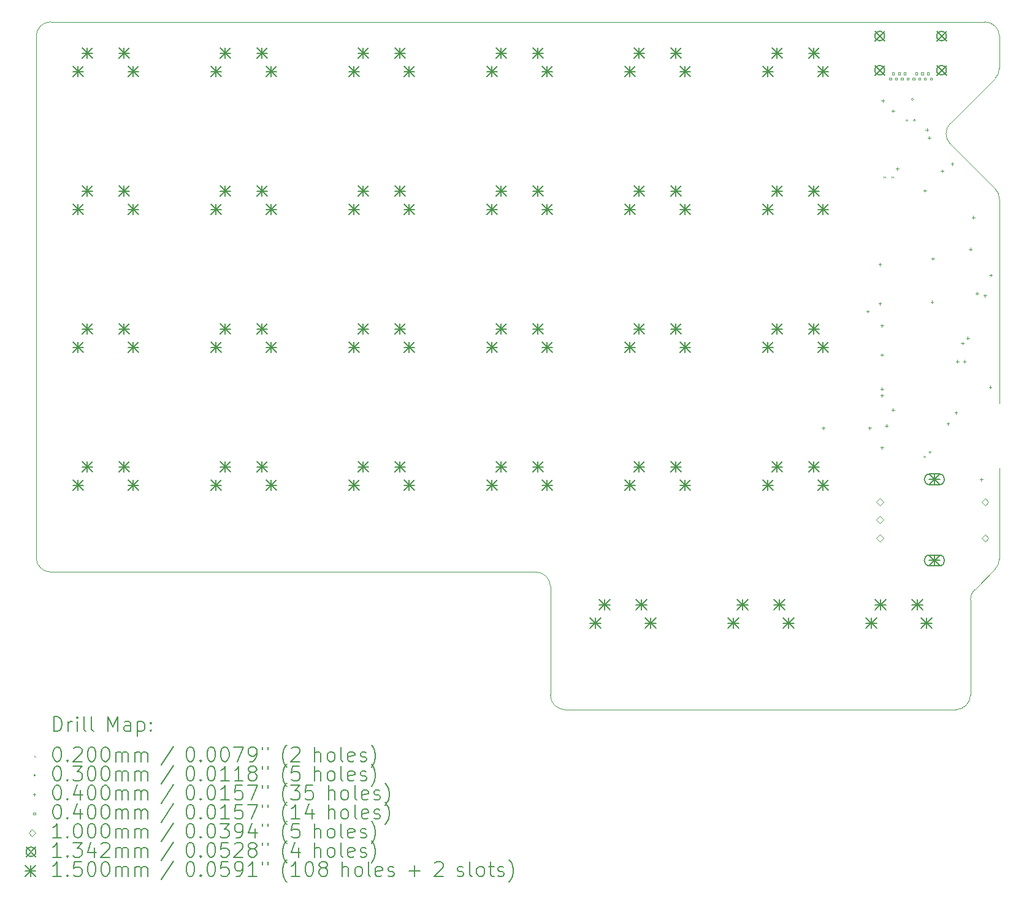
<source format=gbr>
%TF.GenerationSoftware,KiCad,Pcbnew,(7.0.0)*%
%TF.CreationDate,2024-01-17T20:31:43+01:00*%
%TF.ProjectId,junon-kb,6a756e6f-6e2d-46b6-922e-6b696361645f,rev?*%
%TF.SameCoordinates,Original*%
%TF.FileFunction,Drillmap*%
%TF.FilePolarity,Positive*%
%FSLAX45Y45*%
G04 Gerber Fmt 4.5, Leading zero omitted, Abs format (unit mm)*
G04 Created by KiCad (PCBNEW (7.0.0)) date 2024-01-17 20:31:43*
%MOMM*%
%LPD*%
G01*
G04 APERTURE LIST*
%ADD10C,0.100000*%
%ADD11C,0.200000*%
%ADD12C,0.020000*%
%ADD13C,0.030000*%
%ADD14C,0.040000*%
%ADD15C,0.134160*%
%ADD16C,0.150000*%
G04 APERTURE END LIST*
D10*
X20100003Y-6045685D02*
G75*
G03*
X20041421Y-5904264I-200003J-5D01*
G01*
X19421419Y-5001419D02*
G75*
G03*
X19421421Y-5284264I141421J-141421D01*
G01*
X20041421Y-4381421D02*
G75*
G03*
X20100000Y-4240000I-141421J141421D01*
G01*
X20100000Y-4240000D02*
X20100000Y-3800000D01*
X19421421Y-5001421D02*
X20041421Y-4381421D01*
X20041421Y-5904264D02*
X19421421Y-5284264D01*
X20100000Y-8870000D02*
X20100000Y-6045685D01*
X20100000Y-11017157D02*
X20100000Y-9770000D01*
X20100000Y-3800000D02*
G75*
G03*
X19900000Y-3600000I-200000J0D01*
G01*
X19700000Y-12900000D02*
X19700000Y-11582843D01*
X7000000Y-11200000D02*
X13700000Y-11200000D01*
X19758577Y-11441420D02*
G75*
G03*
X19700000Y-11582843I141423J-141420D01*
G01*
X7000000Y-3600000D02*
G75*
G03*
X6800000Y-3800000I0J-200000D01*
G01*
X20041423Y-11158580D02*
G75*
G03*
X20100000Y-11017157I-141423J141420D01*
G01*
X19900000Y-3600000D02*
X7000000Y-3600000D01*
X13900000Y-12900000D02*
G75*
G03*
X14100000Y-13100000I200000J0D01*
G01*
X6800000Y-3800000D02*
X6800000Y-11000000D01*
X13900000Y-11400000D02*
X13900000Y-12900000D01*
X13900000Y-11400000D02*
G75*
G03*
X13700000Y-11200000I-200000J0D01*
G01*
X14100000Y-13100000D02*
X19500000Y-13100000D01*
X19500000Y-13100000D02*
G75*
G03*
X19700000Y-12900000I0J200000D01*
G01*
X6800000Y-11000000D02*
G75*
G03*
X7000000Y-11200000I200000J0D01*
G01*
X19758579Y-11441421D02*
X20041421Y-11158579D01*
D11*
D12*
X18505000Y-5735270D02*
X18525000Y-5755270D01*
X18525000Y-5735270D02*
X18505000Y-5755270D01*
X18615000Y-5735270D02*
X18635000Y-5755270D01*
X18635000Y-5735270D02*
X18615000Y-5755270D01*
D13*
X18837550Y-4960000D02*
G75*
G03*
X18837550Y-4960000I-15000J0D01*
G01*
X18915000Y-4670380D02*
G75*
G03*
X18915000Y-4670380I-15000J0D01*
G01*
X18942450Y-4960000D02*
G75*
G03*
X18942450Y-4960000I-15000J0D01*
G01*
X19085000Y-9610000D02*
G75*
G03*
X19085000Y-9610000I-15000J0D01*
G01*
X19157888Y-9544306D02*
G75*
G03*
X19157888Y-9544306I-15000J0D01*
G01*
D14*
X17670000Y-9190000D02*
X17670000Y-9230000D01*
X17650000Y-9210000D02*
X17690000Y-9210000D01*
X18281009Y-7578991D02*
X18281009Y-7618991D01*
X18261009Y-7598991D02*
X18301009Y-7598991D01*
X18310000Y-9190000D02*
X18310000Y-9230000D01*
X18290000Y-9210000D02*
X18330000Y-9210000D01*
X18450000Y-6930000D02*
X18450000Y-6970000D01*
X18430000Y-6950000D02*
X18470000Y-6950000D01*
X18450000Y-7470000D02*
X18450000Y-7510000D01*
X18430000Y-7490000D02*
X18470000Y-7490000D01*
X18477284Y-7775266D02*
X18477284Y-7815266D01*
X18457284Y-7795266D02*
X18497284Y-7795266D01*
X18480000Y-8180000D02*
X18480000Y-8220000D01*
X18460000Y-8200000D02*
X18500000Y-8200000D01*
X18480000Y-8652450D02*
X18480000Y-8692450D01*
X18460000Y-8672450D02*
X18500000Y-8672450D01*
X18480000Y-8740000D02*
X18480000Y-8780000D01*
X18460000Y-8760000D02*
X18500000Y-8760000D01*
X18480000Y-9460000D02*
X18480000Y-9500000D01*
X18460000Y-9480000D02*
X18500000Y-9480000D01*
X18490000Y-4670000D02*
X18490000Y-4710000D01*
X18470000Y-4690000D02*
X18510000Y-4690000D01*
X18540000Y-9160000D02*
X18540000Y-9200000D01*
X18520000Y-9180000D02*
X18560000Y-9180000D01*
X18630000Y-4810000D02*
X18630000Y-4850000D01*
X18610000Y-4830000D02*
X18650000Y-4830000D01*
X18630000Y-8940000D02*
X18630000Y-8980000D01*
X18610000Y-8960000D02*
X18650000Y-8960000D01*
X18690000Y-5610000D02*
X18690000Y-5650000D01*
X18670000Y-5630000D02*
X18710000Y-5630000D01*
X19070000Y-5910000D02*
X19070000Y-5950000D01*
X19050000Y-5930000D02*
X19090000Y-5930000D01*
X19100000Y-5070000D02*
X19100000Y-5110000D01*
X19080000Y-5090000D02*
X19120000Y-5090000D01*
X19130000Y-5180000D02*
X19130000Y-5220000D01*
X19110000Y-5200000D02*
X19150000Y-5200000D01*
X19170000Y-7450000D02*
X19170000Y-7490000D01*
X19150000Y-7470000D02*
X19190000Y-7470000D01*
X19180000Y-6850000D02*
X19180000Y-6890000D01*
X19160000Y-6870000D02*
X19200000Y-6870000D01*
X19310862Y-5639138D02*
X19310862Y-5679138D01*
X19290862Y-5659138D02*
X19330862Y-5659138D01*
X19390000Y-9130000D02*
X19390000Y-9170000D01*
X19370000Y-9150000D02*
X19410000Y-9150000D01*
X19450000Y-5540000D02*
X19450000Y-5580000D01*
X19430000Y-5560000D02*
X19470000Y-5560000D01*
X19500000Y-8980000D02*
X19500000Y-9020000D01*
X19480000Y-9000000D02*
X19520000Y-9000000D01*
X19520000Y-8270000D02*
X19520000Y-8310000D01*
X19500000Y-8290000D02*
X19540000Y-8290000D01*
X19590000Y-8020000D02*
X19590000Y-8060000D01*
X19570000Y-8040000D02*
X19610000Y-8040000D01*
X19619950Y-8270000D02*
X19619950Y-8310000D01*
X19599950Y-8290000D02*
X19639950Y-8290000D01*
X19662450Y-7949324D02*
X19662450Y-7989324D01*
X19642450Y-7969324D02*
X19682450Y-7969324D01*
X19700000Y-6720000D02*
X19700000Y-6760000D01*
X19680000Y-6740000D02*
X19720000Y-6740000D01*
X19740000Y-6280000D02*
X19740000Y-6320000D01*
X19720000Y-6300000D02*
X19760000Y-6300000D01*
X19790000Y-7330000D02*
X19790000Y-7370000D01*
X19770000Y-7350000D02*
X19810000Y-7350000D01*
X19850000Y-9900000D02*
X19850000Y-9940000D01*
X19830000Y-9920000D02*
X19870000Y-9920000D01*
X19900000Y-7360000D02*
X19900000Y-7400000D01*
X19880000Y-7380000D02*
X19920000Y-7380000D01*
X19975000Y-8625000D02*
X19975000Y-8665000D01*
X19955000Y-8645000D02*
X19995000Y-8645000D01*
X19980000Y-7080000D02*
X19980000Y-7120000D01*
X19960000Y-7100000D02*
X20000000Y-7100000D01*
X18609142Y-4397142D02*
X18609142Y-4368858D01*
X18580858Y-4368858D01*
X18580858Y-4397142D01*
X18609142Y-4397142D01*
X18649142Y-4327142D02*
X18649142Y-4298858D01*
X18620858Y-4298858D01*
X18620858Y-4327142D01*
X18649142Y-4327142D01*
X18689142Y-4397142D02*
X18689142Y-4368858D01*
X18660858Y-4368858D01*
X18660858Y-4397142D01*
X18689142Y-4397142D01*
X18729142Y-4327142D02*
X18729142Y-4298858D01*
X18700858Y-4298858D01*
X18700858Y-4327142D01*
X18729142Y-4327142D01*
X18769142Y-4397142D02*
X18769142Y-4368858D01*
X18740858Y-4368858D01*
X18740858Y-4397142D01*
X18769142Y-4397142D01*
X18809142Y-4327142D02*
X18809142Y-4298858D01*
X18780858Y-4298858D01*
X18780858Y-4327142D01*
X18809142Y-4327142D01*
X18849142Y-4397142D02*
X18849142Y-4368858D01*
X18820858Y-4368858D01*
X18820858Y-4397142D01*
X18849142Y-4397142D01*
X18929142Y-4397142D02*
X18929142Y-4368858D01*
X18900858Y-4368858D01*
X18900858Y-4397142D01*
X18929142Y-4397142D01*
X18969142Y-4327142D02*
X18969142Y-4298858D01*
X18940858Y-4298858D01*
X18940858Y-4327142D01*
X18969142Y-4327142D01*
X19009142Y-4397142D02*
X19009142Y-4368858D01*
X18980858Y-4368858D01*
X18980858Y-4397142D01*
X19009142Y-4397142D01*
X19049142Y-4327142D02*
X19049142Y-4298858D01*
X19020858Y-4298858D01*
X19020858Y-4327142D01*
X19049142Y-4327142D01*
X19089142Y-4397142D02*
X19089142Y-4368858D01*
X19060858Y-4368858D01*
X19060858Y-4397142D01*
X19089142Y-4397142D01*
X19129142Y-4327142D02*
X19129142Y-4298858D01*
X19100858Y-4298858D01*
X19100858Y-4327142D01*
X19129142Y-4327142D01*
X19169142Y-4397142D02*
X19169142Y-4368858D01*
X19140858Y-4368858D01*
X19140858Y-4397142D01*
X19169142Y-4397142D01*
D10*
X18452712Y-10280000D02*
X18502712Y-10230000D01*
X18452712Y-10180000D01*
X18402712Y-10230000D01*
X18452712Y-10280000D01*
X18452712Y-10530000D02*
X18502712Y-10480000D01*
X18452712Y-10430000D01*
X18402712Y-10480000D01*
X18452712Y-10530000D01*
X18452712Y-10780000D02*
X18502712Y-10730000D01*
X18452712Y-10680000D01*
X18402712Y-10730000D01*
X18452712Y-10780000D01*
X19902712Y-10280000D02*
X19952712Y-10230000D01*
X19902712Y-10180000D01*
X19852712Y-10230000D01*
X19902712Y-10280000D01*
X19902712Y-10780000D02*
X19952712Y-10730000D01*
X19902712Y-10680000D01*
X19852712Y-10730000D01*
X19902712Y-10780000D01*
D15*
X18380920Y-3727920D02*
X18515080Y-3862080D01*
X18515080Y-3727920D02*
X18380920Y-3862080D01*
X18515080Y-3795000D02*
G75*
G03*
X18515080Y-3795000I-67080J0D01*
G01*
X18380920Y-4200920D02*
X18515080Y-4335080D01*
X18515080Y-4200920D02*
X18380920Y-4335080D01*
X18515080Y-4268000D02*
G75*
G03*
X18515080Y-4268000I-67080J0D01*
G01*
X19234920Y-3727920D02*
X19369080Y-3862080D01*
X19369080Y-3727920D02*
X19234920Y-3862080D01*
X19369080Y-3795000D02*
G75*
G03*
X19369080Y-3795000I-67080J0D01*
G01*
X19234920Y-4200920D02*
X19369080Y-4335080D01*
X19369080Y-4200920D02*
X19234920Y-4335080D01*
X19369080Y-4268000D02*
G75*
G03*
X19369080Y-4268000I-67080J0D01*
G01*
D16*
X7305000Y-4210000D02*
X7455000Y-4360000D01*
X7455000Y-4210000D02*
X7305000Y-4360000D01*
X7380000Y-4210000D02*
X7380000Y-4360000D01*
X7305000Y-4285000D02*
X7455000Y-4285000D01*
X7305000Y-6115000D02*
X7455000Y-6265000D01*
X7455000Y-6115000D02*
X7305000Y-6265000D01*
X7380000Y-6115000D02*
X7380000Y-6265000D01*
X7305000Y-6190000D02*
X7455000Y-6190000D01*
X7305000Y-8020000D02*
X7455000Y-8170000D01*
X7455000Y-8020000D02*
X7305000Y-8170000D01*
X7380000Y-8020000D02*
X7380000Y-8170000D01*
X7305000Y-8095000D02*
X7455000Y-8095000D01*
X7305000Y-9925000D02*
X7455000Y-10075000D01*
X7455000Y-9925000D02*
X7305000Y-10075000D01*
X7380000Y-9925000D02*
X7380000Y-10075000D01*
X7305000Y-10000000D02*
X7455000Y-10000000D01*
X7432000Y-3956000D02*
X7582000Y-4106000D01*
X7582000Y-3956000D02*
X7432000Y-4106000D01*
X7507000Y-3956000D02*
X7507000Y-4106000D01*
X7432000Y-4031000D02*
X7582000Y-4031000D01*
X7432000Y-5861000D02*
X7582000Y-6011000D01*
X7582000Y-5861000D02*
X7432000Y-6011000D01*
X7507000Y-5861000D02*
X7507000Y-6011000D01*
X7432000Y-5936000D02*
X7582000Y-5936000D01*
X7432000Y-7766000D02*
X7582000Y-7916000D01*
X7582000Y-7766000D02*
X7432000Y-7916000D01*
X7507000Y-7766000D02*
X7507000Y-7916000D01*
X7432000Y-7841000D02*
X7582000Y-7841000D01*
X7432000Y-9671000D02*
X7582000Y-9821000D01*
X7582000Y-9671000D02*
X7432000Y-9821000D01*
X7507000Y-9671000D02*
X7507000Y-9821000D01*
X7432000Y-9746000D02*
X7582000Y-9746000D01*
X7940000Y-3956000D02*
X8090000Y-4106000D01*
X8090000Y-3956000D02*
X7940000Y-4106000D01*
X8015000Y-3956000D02*
X8015000Y-4106000D01*
X7940000Y-4031000D02*
X8090000Y-4031000D01*
X7940000Y-5861000D02*
X8090000Y-6011000D01*
X8090000Y-5861000D02*
X7940000Y-6011000D01*
X8015000Y-5861000D02*
X8015000Y-6011000D01*
X7940000Y-5936000D02*
X8090000Y-5936000D01*
X7940000Y-7766000D02*
X8090000Y-7916000D01*
X8090000Y-7766000D02*
X7940000Y-7916000D01*
X8015000Y-7766000D02*
X8015000Y-7916000D01*
X7940000Y-7841000D02*
X8090000Y-7841000D01*
X7940000Y-9671000D02*
X8090000Y-9821000D01*
X8090000Y-9671000D02*
X7940000Y-9821000D01*
X8015000Y-9671000D02*
X8015000Y-9821000D01*
X7940000Y-9746000D02*
X8090000Y-9746000D01*
X8067000Y-4210000D02*
X8217000Y-4360000D01*
X8217000Y-4210000D02*
X8067000Y-4360000D01*
X8142000Y-4210000D02*
X8142000Y-4360000D01*
X8067000Y-4285000D02*
X8217000Y-4285000D01*
X8067000Y-6115000D02*
X8217000Y-6265000D01*
X8217000Y-6115000D02*
X8067000Y-6265000D01*
X8142000Y-6115000D02*
X8142000Y-6265000D01*
X8067000Y-6190000D02*
X8217000Y-6190000D01*
X8067000Y-8020000D02*
X8217000Y-8170000D01*
X8217000Y-8020000D02*
X8067000Y-8170000D01*
X8142000Y-8020000D02*
X8142000Y-8170000D01*
X8067000Y-8095000D02*
X8217000Y-8095000D01*
X8067000Y-9925000D02*
X8217000Y-10075000D01*
X8217000Y-9925000D02*
X8067000Y-10075000D01*
X8142000Y-9925000D02*
X8142000Y-10075000D01*
X8067000Y-10000000D02*
X8217000Y-10000000D01*
X9210000Y-4210000D02*
X9360000Y-4360000D01*
X9360000Y-4210000D02*
X9210000Y-4360000D01*
X9285000Y-4210000D02*
X9285000Y-4360000D01*
X9210000Y-4285000D02*
X9360000Y-4285000D01*
X9210000Y-6115000D02*
X9360000Y-6265000D01*
X9360000Y-6115000D02*
X9210000Y-6265000D01*
X9285000Y-6115000D02*
X9285000Y-6265000D01*
X9210000Y-6190000D02*
X9360000Y-6190000D01*
X9210000Y-8020000D02*
X9360000Y-8170000D01*
X9360000Y-8020000D02*
X9210000Y-8170000D01*
X9285000Y-8020000D02*
X9285000Y-8170000D01*
X9210000Y-8095000D02*
X9360000Y-8095000D01*
X9210000Y-9925000D02*
X9360000Y-10075000D01*
X9360000Y-9925000D02*
X9210000Y-10075000D01*
X9285000Y-9925000D02*
X9285000Y-10075000D01*
X9210000Y-10000000D02*
X9360000Y-10000000D01*
X9337000Y-3956000D02*
X9487000Y-4106000D01*
X9487000Y-3956000D02*
X9337000Y-4106000D01*
X9412000Y-3956000D02*
X9412000Y-4106000D01*
X9337000Y-4031000D02*
X9487000Y-4031000D01*
X9337000Y-5861000D02*
X9487000Y-6011000D01*
X9487000Y-5861000D02*
X9337000Y-6011000D01*
X9412000Y-5861000D02*
X9412000Y-6011000D01*
X9337000Y-5936000D02*
X9487000Y-5936000D01*
X9337000Y-7766000D02*
X9487000Y-7916000D01*
X9487000Y-7766000D02*
X9337000Y-7916000D01*
X9412000Y-7766000D02*
X9412000Y-7916000D01*
X9337000Y-7841000D02*
X9487000Y-7841000D01*
X9337000Y-9671000D02*
X9487000Y-9821000D01*
X9487000Y-9671000D02*
X9337000Y-9821000D01*
X9412000Y-9671000D02*
X9412000Y-9821000D01*
X9337000Y-9746000D02*
X9487000Y-9746000D01*
X9845000Y-3956000D02*
X9995000Y-4106000D01*
X9995000Y-3956000D02*
X9845000Y-4106000D01*
X9920000Y-3956000D02*
X9920000Y-4106000D01*
X9845000Y-4031000D02*
X9995000Y-4031000D01*
X9845000Y-5861000D02*
X9995000Y-6011000D01*
X9995000Y-5861000D02*
X9845000Y-6011000D01*
X9920000Y-5861000D02*
X9920000Y-6011000D01*
X9845000Y-5936000D02*
X9995000Y-5936000D01*
X9845000Y-7766000D02*
X9995000Y-7916000D01*
X9995000Y-7766000D02*
X9845000Y-7916000D01*
X9920000Y-7766000D02*
X9920000Y-7916000D01*
X9845000Y-7841000D02*
X9995000Y-7841000D01*
X9845000Y-9671000D02*
X9995000Y-9821000D01*
X9995000Y-9671000D02*
X9845000Y-9821000D01*
X9920000Y-9671000D02*
X9920000Y-9821000D01*
X9845000Y-9746000D02*
X9995000Y-9746000D01*
X9972000Y-4210000D02*
X10122000Y-4360000D01*
X10122000Y-4210000D02*
X9972000Y-4360000D01*
X10047000Y-4210000D02*
X10047000Y-4360000D01*
X9972000Y-4285000D02*
X10122000Y-4285000D01*
X9972000Y-6115000D02*
X10122000Y-6265000D01*
X10122000Y-6115000D02*
X9972000Y-6265000D01*
X10047000Y-6115000D02*
X10047000Y-6265000D01*
X9972000Y-6190000D02*
X10122000Y-6190000D01*
X9972000Y-8020000D02*
X10122000Y-8170000D01*
X10122000Y-8020000D02*
X9972000Y-8170000D01*
X10047000Y-8020000D02*
X10047000Y-8170000D01*
X9972000Y-8095000D02*
X10122000Y-8095000D01*
X9972000Y-9925000D02*
X10122000Y-10075000D01*
X10122000Y-9925000D02*
X9972000Y-10075000D01*
X10047000Y-9925000D02*
X10047000Y-10075000D01*
X9972000Y-10000000D02*
X10122000Y-10000000D01*
X11115000Y-4210000D02*
X11265000Y-4360000D01*
X11265000Y-4210000D02*
X11115000Y-4360000D01*
X11190000Y-4210000D02*
X11190000Y-4360000D01*
X11115000Y-4285000D02*
X11265000Y-4285000D01*
X11115000Y-6115000D02*
X11265000Y-6265000D01*
X11265000Y-6115000D02*
X11115000Y-6265000D01*
X11190000Y-6115000D02*
X11190000Y-6265000D01*
X11115000Y-6190000D02*
X11265000Y-6190000D01*
X11115000Y-8020000D02*
X11265000Y-8170000D01*
X11265000Y-8020000D02*
X11115000Y-8170000D01*
X11190000Y-8020000D02*
X11190000Y-8170000D01*
X11115000Y-8095000D02*
X11265000Y-8095000D01*
X11115000Y-9925000D02*
X11265000Y-10075000D01*
X11265000Y-9925000D02*
X11115000Y-10075000D01*
X11190000Y-9925000D02*
X11190000Y-10075000D01*
X11115000Y-10000000D02*
X11265000Y-10000000D01*
X11242000Y-3956000D02*
X11392000Y-4106000D01*
X11392000Y-3956000D02*
X11242000Y-4106000D01*
X11317000Y-3956000D02*
X11317000Y-4106000D01*
X11242000Y-4031000D02*
X11392000Y-4031000D01*
X11242000Y-5861000D02*
X11392000Y-6011000D01*
X11392000Y-5861000D02*
X11242000Y-6011000D01*
X11317000Y-5861000D02*
X11317000Y-6011000D01*
X11242000Y-5936000D02*
X11392000Y-5936000D01*
X11242000Y-7766000D02*
X11392000Y-7916000D01*
X11392000Y-7766000D02*
X11242000Y-7916000D01*
X11317000Y-7766000D02*
X11317000Y-7916000D01*
X11242000Y-7841000D02*
X11392000Y-7841000D01*
X11242000Y-9671000D02*
X11392000Y-9821000D01*
X11392000Y-9671000D02*
X11242000Y-9821000D01*
X11317000Y-9671000D02*
X11317000Y-9821000D01*
X11242000Y-9746000D02*
X11392000Y-9746000D01*
X11750000Y-3956000D02*
X11900000Y-4106000D01*
X11900000Y-3956000D02*
X11750000Y-4106000D01*
X11825000Y-3956000D02*
X11825000Y-4106000D01*
X11750000Y-4031000D02*
X11900000Y-4031000D01*
X11750000Y-5861000D02*
X11900000Y-6011000D01*
X11900000Y-5861000D02*
X11750000Y-6011000D01*
X11825000Y-5861000D02*
X11825000Y-6011000D01*
X11750000Y-5936000D02*
X11900000Y-5936000D01*
X11750000Y-7766000D02*
X11900000Y-7916000D01*
X11900000Y-7766000D02*
X11750000Y-7916000D01*
X11825000Y-7766000D02*
X11825000Y-7916000D01*
X11750000Y-7841000D02*
X11900000Y-7841000D01*
X11750000Y-9671000D02*
X11900000Y-9821000D01*
X11900000Y-9671000D02*
X11750000Y-9821000D01*
X11825000Y-9671000D02*
X11825000Y-9821000D01*
X11750000Y-9746000D02*
X11900000Y-9746000D01*
X11877000Y-4210000D02*
X12027000Y-4360000D01*
X12027000Y-4210000D02*
X11877000Y-4360000D01*
X11952000Y-4210000D02*
X11952000Y-4360000D01*
X11877000Y-4285000D02*
X12027000Y-4285000D01*
X11877000Y-6115000D02*
X12027000Y-6265000D01*
X12027000Y-6115000D02*
X11877000Y-6265000D01*
X11952000Y-6115000D02*
X11952000Y-6265000D01*
X11877000Y-6190000D02*
X12027000Y-6190000D01*
X11877000Y-8020000D02*
X12027000Y-8170000D01*
X12027000Y-8020000D02*
X11877000Y-8170000D01*
X11952000Y-8020000D02*
X11952000Y-8170000D01*
X11877000Y-8095000D02*
X12027000Y-8095000D01*
X11877000Y-9925000D02*
X12027000Y-10075000D01*
X12027000Y-9925000D02*
X11877000Y-10075000D01*
X11952000Y-9925000D02*
X11952000Y-10075000D01*
X11877000Y-10000000D02*
X12027000Y-10000000D01*
X13020000Y-4210000D02*
X13170000Y-4360000D01*
X13170000Y-4210000D02*
X13020000Y-4360000D01*
X13095000Y-4210000D02*
X13095000Y-4360000D01*
X13020000Y-4285000D02*
X13170000Y-4285000D01*
X13020000Y-6115000D02*
X13170000Y-6265000D01*
X13170000Y-6115000D02*
X13020000Y-6265000D01*
X13095000Y-6115000D02*
X13095000Y-6265000D01*
X13020000Y-6190000D02*
X13170000Y-6190000D01*
X13020000Y-8020000D02*
X13170000Y-8170000D01*
X13170000Y-8020000D02*
X13020000Y-8170000D01*
X13095000Y-8020000D02*
X13095000Y-8170000D01*
X13020000Y-8095000D02*
X13170000Y-8095000D01*
X13020000Y-9925000D02*
X13170000Y-10075000D01*
X13170000Y-9925000D02*
X13020000Y-10075000D01*
X13095000Y-9925000D02*
X13095000Y-10075000D01*
X13020000Y-10000000D02*
X13170000Y-10000000D01*
X13147000Y-3956000D02*
X13297000Y-4106000D01*
X13297000Y-3956000D02*
X13147000Y-4106000D01*
X13222000Y-3956000D02*
X13222000Y-4106000D01*
X13147000Y-4031000D02*
X13297000Y-4031000D01*
X13147000Y-5861000D02*
X13297000Y-6011000D01*
X13297000Y-5861000D02*
X13147000Y-6011000D01*
X13222000Y-5861000D02*
X13222000Y-6011000D01*
X13147000Y-5936000D02*
X13297000Y-5936000D01*
X13147000Y-7766000D02*
X13297000Y-7916000D01*
X13297000Y-7766000D02*
X13147000Y-7916000D01*
X13222000Y-7766000D02*
X13222000Y-7916000D01*
X13147000Y-7841000D02*
X13297000Y-7841000D01*
X13147000Y-9671000D02*
X13297000Y-9821000D01*
X13297000Y-9671000D02*
X13147000Y-9821000D01*
X13222000Y-9671000D02*
X13222000Y-9821000D01*
X13147000Y-9746000D02*
X13297000Y-9746000D01*
X13655000Y-3956000D02*
X13805000Y-4106000D01*
X13805000Y-3956000D02*
X13655000Y-4106000D01*
X13730000Y-3956000D02*
X13730000Y-4106000D01*
X13655000Y-4031000D02*
X13805000Y-4031000D01*
X13655000Y-5861000D02*
X13805000Y-6011000D01*
X13805000Y-5861000D02*
X13655000Y-6011000D01*
X13730000Y-5861000D02*
X13730000Y-6011000D01*
X13655000Y-5936000D02*
X13805000Y-5936000D01*
X13655000Y-7766000D02*
X13805000Y-7916000D01*
X13805000Y-7766000D02*
X13655000Y-7916000D01*
X13730000Y-7766000D02*
X13730000Y-7916000D01*
X13655000Y-7841000D02*
X13805000Y-7841000D01*
X13655000Y-9671000D02*
X13805000Y-9821000D01*
X13805000Y-9671000D02*
X13655000Y-9821000D01*
X13730000Y-9671000D02*
X13730000Y-9821000D01*
X13655000Y-9746000D02*
X13805000Y-9746000D01*
X13782000Y-4210000D02*
X13932000Y-4360000D01*
X13932000Y-4210000D02*
X13782000Y-4360000D01*
X13857000Y-4210000D02*
X13857000Y-4360000D01*
X13782000Y-4285000D02*
X13932000Y-4285000D01*
X13782000Y-6115000D02*
X13932000Y-6265000D01*
X13932000Y-6115000D02*
X13782000Y-6265000D01*
X13857000Y-6115000D02*
X13857000Y-6265000D01*
X13782000Y-6190000D02*
X13932000Y-6190000D01*
X13782000Y-8020000D02*
X13932000Y-8170000D01*
X13932000Y-8020000D02*
X13782000Y-8170000D01*
X13857000Y-8020000D02*
X13857000Y-8170000D01*
X13782000Y-8095000D02*
X13932000Y-8095000D01*
X13782000Y-9925000D02*
X13932000Y-10075000D01*
X13932000Y-9925000D02*
X13782000Y-10075000D01*
X13857000Y-9925000D02*
X13857000Y-10075000D01*
X13782000Y-10000000D02*
X13932000Y-10000000D01*
X14448750Y-11830000D02*
X14598750Y-11980000D01*
X14598750Y-11830000D02*
X14448750Y-11980000D01*
X14523750Y-11830000D02*
X14523750Y-11980000D01*
X14448750Y-11905000D02*
X14598750Y-11905000D01*
X14575750Y-11576000D02*
X14725750Y-11726000D01*
X14725750Y-11576000D02*
X14575750Y-11726000D01*
X14650750Y-11576000D02*
X14650750Y-11726000D01*
X14575750Y-11651000D02*
X14725750Y-11651000D01*
X14925000Y-4210000D02*
X15075000Y-4360000D01*
X15075000Y-4210000D02*
X14925000Y-4360000D01*
X15000000Y-4210000D02*
X15000000Y-4360000D01*
X14925000Y-4285000D02*
X15075000Y-4285000D01*
X14925000Y-6115000D02*
X15075000Y-6265000D01*
X15075000Y-6115000D02*
X14925000Y-6265000D01*
X15000000Y-6115000D02*
X15000000Y-6265000D01*
X14925000Y-6190000D02*
X15075000Y-6190000D01*
X14925000Y-8020000D02*
X15075000Y-8170000D01*
X15075000Y-8020000D02*
X14925000Y-8170000D01*
X15000000Y-8020000D02*
X15000000Y-8170000D01*
X14925000Y-8095000D02*
X15075000Y-8095000D01*
X14925000Y-9925000D02*
X15075000Y-10075000D01*
X15075000Y-9925000D02*
X14925000Y-10075000D01*
X15000000Y-9925000D02*
X15000000Y-10075000D01*
X14925000Y-10000000D02*
X15075000Y-10000000D01*
X15052000Y-3956000D02*
X15202000Y-4106000D01*
X15202000Y-3956000D02*
X15052000Y-4106000D01*
X15127000Y-3956000D02*
X15127000Y-4106000D01*
X15052000Y-4031000D02*
X15202000Y-4031000D01*
X15052000Y-5861000D02*
X15202000Y-6011000D01*
X15202000Y-5861000D02*
X15052000Y-6011000D01*
X15127000Y-5861000D02*
X15127000Y-6011000D01*
X15052000Y-5936000D02*
X15202000Y-5936000D01*
X15052000Y-7766000D02*
X15202000Y-7916000D01*
X15202000Y-7766000D02*
X15052000Y-7916000D01*
X15127000Y-7766000D02*
X15127000Y-7916000D01*
X15052000Y-7841000D02*
X15202000Y-7841000D01*
X15052000Y-9671000D02*
X15202000Y-9821000D01*
X15202000Y-9671000D02*
X15052000Y-9821000D01*
X15127000Y-9671000D02*
X15127000Y-9821000D01*
X15052000Y-9746000D02*
X15202000Y-9746000D01*
X15083750Y-11576000D02*
X15233750Y-11726000D01*
X15233750Y-11576000D02*
X15083750Y-11726000D01*
X15158750Y-11576000D02*
X15158750Y-11726000D01*
X15083750Y-11651000D02*
X15233750Y-11651000D01*
X15210750Y-11830000D02*
X15360750Y-11980000D01*
X15360750Y-11830000D02*
X15210750Y-11980000D01*
X15285750Y-11830000D02*
X15285750Y-11980000D01*
X15210750Y-11905000D02*
X15360750Y-11905000D01*
X15560000Y-3956000D02*
X15710000Y-4106000D01*
X15710000Y-3956000D02*
X15560000Y-4106000D01*
X15635000Y-3956000D02*
X15635000Y-4106000D01*
X15560000Y-4031000D02*
X15710000Y-4031000D01*
X15560000Y-5861000D02*
X15710000Y-6011000D01*
X15710000Y-5861000D02*
X15560000Y-6011000D01*
X15635000Y-5861000D02*
X15635000Y-6011000D01*
X15560000Y-5936000D02*
X15710000Y-5936000D01*
X15560000Y-7766000D02*
X15710000Y-7916000D01*
X15710000Y-7766000D02*
X15560000Y-7916000D01*
X15635000Y-7766000D02*
X15635000Y-7916000D01*
X15560000Y-7841000D02*
X15710000Y-7841000D01*
X15560000Y-9671000D02*
X15710000Y-9821000D01*
X15710000Y-9671000D02*
X15560000Y-9821000D01*
X15635000Y-9671000D02*
X15635000Y-9821000D01*
X15560000Y-9746000D02*
X15710000Y-9746000D01*
X15687000Y-4210000D02*
X15837000Y-4360000D01*
X15837000Y-4210000D02*
X15687000Y-4360000D01*
X15762000Y-4210000D02*
X15762000Y-4360000D01*
X15687000Y-4285000D02*
X15837000Y-4285000D01*
X15687000Y-6115000D02*
X15837000Y-6265000D01*
X15837000Y-6115000D02*
X15687000Y-6265000D01*
X15762000Y-6115000D02*
X15762000Y-6265000D01*
X15687000Y-6190000D02*
X15837000Y-6190000D01*
X15687000Y-8020000D02*
X15837000Y-8170000D01*
X15837000Y-8020000D02*
X15687000Y-8170000D01*
X15762000Y-8020000D02*
X15762000Y-8170000D01*
X15687000Y-8095000D02*
X15837000Y-8095000D01*
X15687000Y-9925000D02*
X15837000Y-10075000D01*
X15837000Y-9925000D02*
X15687000Y-10075000D01*
X15762000Y-9925000D02*
X15762000Y-10075000D01*
X15687000Y-10000000D02*
X15837000Y-10000000D01*
X16353750Y-11830000D02*
X16503750Y-11980000D01*
X16503750Y-11830000D02*
X16353750Y-11980000D01*
X16428750Y-11830000D02*
X16428750Y-11980000D01*
X16353750Y-11905000D02*
X16503750Y-11905000D01*
X16480750Y-11576000D02*
X16630750Y-11726000D01*
X16630750Y-11576000D02*
X16480750Y-11726000D01*
X16555750Y-11576000D02*
X16555750Y-11726000D01*
X16480750Y-11651000D02*
X16630750Y-11651000D01*
X16830000Y-4210000D02*
X16980000Y-4360000D01*
X16980000Y-4210000D02*
X16830000Y-4360000D01*
X16905000Y-4210000D02*
X16905000Y-4360000D01*
X16830000Y-4285000D02*
X16980000Y-4285000D01*
X16830000Y-6115000D02*
X16980000Y-6265000D01*
X16980000Y-6115000D02*
X16830000Y-6265000D01*
X16905000Y-6115000D02*
X16905000Y-6265000D01*
X16830000Y-6190000D02*
X16980000Y-6190000D01*
X16830000Y-8020000D02*
X16980000Y-8170000D01*
X16980000Y-8020000D02*
X16830000Y-8170000D01*
X16905000Y-8020000D02*
X16905000Y-8170000D01*
X16830000Y-8095000D02*
X16980000Y-8095000D01*
X16830000Y-9925000D02*
X16980000Y-10075000D01*
X16980000Y-9925000D02*
X16830000Y-10075000D01*
X16905000Y-9925000D02*
X16905000Y-10075000D01*
X16830000Y-10000000D02*
X16980000Y-10000000D01*
X16957000Y-3956000D02*
X17107000Y-4106000D01*
X17107000Y-3956000D02*
X16957000Y-4106000D01*
X17032000Y-3956000D02*
X17032000Y-4106000D01*
X16957000Y-4031000D02*
X17107000Y-4031000D01*
X16957000Y-5861000D02*
X17107000Y-6011000D01*
X17107000Y-5861000D02*
X16957000Y-6011000D01*
X17032000Y-5861000D02*
X17032000Y-6011000D01*
X16957000Y-5936000D02*
X17107000Y-5936000D01*
X16957000Y-7766000D02*
X17107000Y-7916000D01*
X17107000Y-7766000D02*
X16957000Y-7916000D01*
X17032000Y-7766000D02*
X17032000Y-7916000D01*
X16957000Y-7841000D02*
X17107000Y-7841000D01*
X16957000Y-9671000D02*
X17107000Y-9821000D01*
X17107000Y-9671000D02*
X16957000Y-9821000D01*
X17032000Y-9671000D02*
X17032000Y-9821000D01*
X16957000Y-9746000D02*
X17107000Y-9746000D01*
X16988750Y-11576000D02*
X17138750Y-11726000D01*
X17138750Y-11576000D02*
X16988750Y-11726000D01*
X17063750Y-11576000D02*
X17063750Y-11726000D01*
X16988750Y-11651000D02*
X17138750Y-11651000D01*
X17115750Y-11830000D02*
X17265750Y-11980000D01*
X17265750Y-11830000D02*
X17115750Y-11980000D01*
X17190750Y-11830000D02*
X17190750Y-11980000D01*
X17115750Y-11905000D02*
X17265750Y-11905000D01*
X17465000Y-3956000D02*
X17615000Y-4106000D01*
X17615000Y-3956000D02*
X17465000Y-4106000D01*
X17540000Y-3956000D02*
X17540000Y-4106000D01*
X17465000Y-4031000D02*
X17615000Y-4031000D01*
X17465000Y-5861000D02*
X17615000Y-6011000D01*
X17615000Y-5861000D02*
X17465000Y-6011000D01*
X17540000Y-5861000D02*
X17540000Y-6011000D01*
X17465000Y-5936000D02*
X17615000Y-5936000D01*
X17465000Y-7766000D02*
X17615000Y-7916000D01*
X17615000Y-7766000D02*
X17465000Y-7916000D01*
X17540000Y-7766000D02*
X17540000Y-7916000D01*
X17465000Y-7841000D02*
X17615000Y-7841000D01*
X17465000Y-9671000D02*
X17615000Y-9821000D01*
X17615000Y-9671000D02*
X17465000Y-9821000D01*
X17540000Y-9671000D02*
X17540000Y-9821000D01*
X17465000Y-9746000D02*
X17615000Y-9746000D01*
X17592000Y-4210000D02*
X17742000Y-4360000D01*
X17742000Y-4210000D02*
X17592000Y-4360000D01*
X17667000Y-4210000D02*
X17667000Y-4360000D01*
X17592000Y-4285000D02*
X17742000Y-4285000D01*
X17592000Y-6115000D02*
X17742000Y-6265000D01*
X17742000Y-6115000D02*
X17592000Y-6265000D01*
X17667000Y-6115000D02*
X17667000Y-6265000D01*
X17592000Y-6190000D02*
X17742000Y-6190000D01*
X17592000Y-8020000D02*
X17742000Y-8170000D01*
X17742000Y-8020000D02*
X17592000Y-8170000D01*
X17667000Y-8020000D02*
X17667000Y-8170000D01*
X17592000Y-8095000D02*
X17742000Y-8095000D01*
X17592000Y-9925000D02*
X17742000Y-10075000D01*
X17742000Y-9925000D02*
X17592000Y-10075000D01*
X17667000Y-9925000D02*
X17667000Y-10075000D01*
X17592000Y-10000000D02*
X17742000Y-10000000D01*
X18258750Y-11830000D02*
X18408750Y-11980000D01*
X18408750Y-11830000D02*
X18258750Y-11980000D01*
X18333750Y-11830000D02*
X18333750Y-11980000D01*
X18258750Y-11905000D02*
X18408750Y-11905000D01*
X18385750Y-11576000D02*
X18535750Y-11726000D01*
X18535750Y-11576000D02*
X18385750Y-11726000D01*
X18460750Y-11576000D02*
X18460750Y-11726000D01*
X18385750Y-11651000D02*
X18535750Y-11651000D01*
X18893750Y-11576000D02*
X19043750Y-11726000D01*
X19043750Y-11576000D02*
X18893750Y-11726000D01*
X18968750Y-11576000D02*
X18968750Y-11726000D01*
X18893750Y-11651000D02*
X19043750Y-11651000D01*
X19020750Y-11830000D02*
X19170750Y-11980000D01*
X19170750Y-11830000D02*
X19020750Y-11980000D01*
X19095750Y-11830000D02*
X19095750Y-11980000D01*
X19020750Y-11905000D02*
X19170750Y-11905000D01*
X19127712Y-9845000D02*
X19277712Y-9995000D01*
X19277712Y-9845000D02*
X19127712Y-9995000D01*
X19202712Y-9845000D02*
X19202712Y-9995000D01*
X19127712Y-9920000D02*
X19277712Y-9920000D01*
D11*
X19137712Y-9995000D02*
X19267712Y-9995000D01*
X19267712Y-9995000D02*
G75*
G03*
X19267712Y-9845000I0J75000D01*
G01*
X19267712Y-9845000D02*
X19137712Y-9845000D01*
X19137712Y-9845000D02*
G75*
G03*
X19137712Y-9995000I0J-75000D01*
G01*
D16*
X19127712Y-10965000D02*
X19277712Y-11115000D01*
X19277712Y-10965000D02*
X19127712Y-11115000D01*
X19202712Y-10965000D02*
X19202712Y-11115000D01*
X19127712Y-11040000D02*
X19277712Y-11040000D01*
D11*
X19137712Y-11115000D02*
X19267712Y-11115000D01*
X19267712Y-11115000D02*
G75*
G03*
X19267712Y-10965000I0J75000D01*
G01*
X19267712Y-10965000D02*
X19137712Y-10965000D01*
X19137712Y-10965000D02*
G75*
G03*
X19137712Y-11115000I0J-75000D01*
G01*
X7042619Y-13398476D02*
X7042619Y-13198476D01*
X7042619Y-13198476D02*
X7090238Y-13198476D01*
X7090238Y-13198476D02*
X7118809Y-13208000D01*
X7118809Y-13208000D02*
X7137857Y-13227048D01*
X7137857Y-13227048D02*
X7147381Y-13246095D01*
X7147381Y-13246095D02*
X7156905Y-13284190D01*
X7156905Y-13284190D02*
X7156905Y-13312762D01*
X7156905Y-13312762D02*
X7147381Y-13350857D01*
X7147381Y-13350857D02*
X7137857Y-13369905D01*
X7137857Y-13369905D02*
X7118809Y-13388952D01*
X7118809Y-13388952D02*
X7090238Y-13398476D01*
X7090238Y-13398476D02*
X7042619Y-13398476D01*
X7242619Y-13398476D02*
X7242619Y-13265143D01*
X7242619Y-13303238D02*
X7252143Y-13284190D01*
X7252143Y-13284190D02*
X7261667Y-13274667D01*
X7261667Y-13274667D02*
X7280714Y-13265143D01*
X7280714Y-13265143D02*
X7299762Y-13265143D01*
X7366428Y-13398476D02*
X7366428Y-13265143D01*
X7366428Y-13198476D02*
X7356905Y-13208000D01*
X7356905Y-13208000D02*
X7366428Y-13217524D01*
X7366428Y-13217524D02*
X7375952Y-13208000D01*
X7375952Y-13208000D02*
X7366428Y-13198476D01*
X7366428Y-13198476D02*
X7366428Y-13217524D01*
X7490238Y-13398476D02*
X7471190Y-13388952D01*
X7471190Y-13388952D02*
X7461667Y-13369905D01*
X7461667Y-13369905D02*
X7461667Y-13198476D01*
X7595000Y-13398476D02*
X7575952Y-13388952D01*
X7575952Y-13388952D02*
X7566428Y-13369905D01*
X7566428Y-13369905D02*
X7566428Y-13198476D01*
X7791190Y-13398476D02*
X7791190Y-13198476D01*
X7791190Y-13198476D02*
X7857857Y-13341333D01*
X7857857Y-13341333D02*
X7924524Y-13198476D01*
X7924524Y-13198476D02*
X7924524Y-13398476D01*
X8105476Y-13398476D02*
X8105476Y-13293714D01*
X8105476Y-13293714D02*
X8095952Y-13274667D01*
X8095952Y-13274667D02*
X8076905Y-13265143D01*
X8076905Y-13265143D02*
X8038809Y-13265143D01*
X8038809Y-13265143D02*
X8019762Y-13274667D01*
X8105476Y-13388952D02*
X8086428Y-13398476D01*
X8086428Y-13398476D02*
X8038809Y-13398476D01*
X8038809Y-13398476D02*
X8019762Y-13388952D01*
X8019762Y-13388952D02*
X8010238Y-13369905D01*
X8010238Y-13369905D02*
X8010238Y-13350857D01*
X8010238Y-13350857D02*
X8019762Y-13331809D01*
X8019762Y-13331809D02*
X8038809Y-13322286D01*
X8038809Y-13322286D02*
X8086428Y-13322286D01*
X8086428Y-13322286D02*
X8105476Y-13312762D01*
X8200714Y-13265143D02*
X8200714Y-13465143D01*
X8200714Y-13274667D02*
X8219762Y-13265143D01*
X8219762Y-13265143D02*
X8257857Y-13265143D01*
X8257857Y-13265143D02*
X8276905Y-13274667D01*
X8276905Y-13274667D02*
X8286428Y-13284190D01*
X8286428Y-13284190D02*
X8295952Y-13303238D01*
X8295952Y-13303238D02*
X8295952Y-13360381D01*
X8295952Y-13360381D02*
X8286428Y-13379428D01*
X8286428Y-13379428D02*
X8276905Y-13388952D01*
X8276905Y-13388952D02*
X8257857Y-13398476D01*
X8257857Y-13398476D02*
X8219762Y-13398476D01*
X8219762Y-13398476D02*
X8200714Y-13388952D01*
X8381667Y-13379428D02*
X8391190Y-13388952D01*
X8391190Y-13388952D02*
X8381667Y-13398476D01*
X8381667Y-13398476D02*
X8372143Y-13388952D01*
X8372143Y-13388952D02*
X8381667Y-13379428D01*
X8381667Y-13379428D02*
X8381667Y-13398476D01*
X8381667Y-13274667D02*
X8391190Y-13284190D01*
X8391190Y-13284190D02*
X8381667Y-13293714D01*
X8381667Y-13293714D02*
X8372143Y-13284190D01*
X8372143Y-13284190D02*
X8381667Y-13274667D01*
X8381667Y-13274667D02*
X8381667Y-13293714D01*
D12*
X6775000Y-13735000D02*
X6795000Y-13755000D01*
X6795000Y-13735000D02*
X6775000Y-13755000D01*
D11*
X7080714Y-13618476D02*
X7099762Y-13618476D01*
X7099762Y-13618476D02*
X7118809Y-13628000D01*
X7118809Y-13628000D02*
X7128333Y-13637524D01*
X7128333Y-13637524D02*
X7137857Y-13656571D01*
X7137857Y-13656571D02*
X7147381Y-13694667D01*
X7147381Y-13694667D02*
X7147381Y-13742286D01*
X7147381Y-13742286D02*
X7137857Y-13780381D01*
X7137857Y-13780381D02*
X7128333Y-13799428D01*
X7128333Y-13799428D02*
X7118809Y-13808952D01*
X7118809Y-13808952D02*
X7099762Y-13818476D01*
X7099762Y-13818476D02*
X7080714Y-13818476D01*
X7080714Y-13818476D02*
X7061667Y-13808952D01*
X7061667Y-13808952D02*
X7052143Y-13799428D01*
X7052143Y-13799428D02*
X7042619Y-13780381D01*
X7042619Y-13780381D02*
X7033095Y-13742286D01*
X7033095Y-13742286D02*
X7033095Y-13694667D01*
X7033095Y-13694667D02*
X7042619Y-13656571D01*
X7042619Y-13656571D02*
X7052143Y-13637524D01*
X7052143Y-13637524D02*
X7061667Y-13628000D01*
X7061667Y-13628000D02*
X7080714Y-13618476D01*
X7233095Y-13799428D02*
X7242619Y-13808952D01*
X7242619Y-13808952D02*
X7233095Y-13818476D01*
X7233095Y-13818476D02*
X7223571Y-13808952D01*
X7223571Y-13808952D02*
X7233095Y-13799428D01*
X7233095Y-13799428D02*
X7233095Y-13818476D01*
X7318809Y-13637524D02*
X7328333Y-13628000D01*
X7328333Y-13628000D02*
X7347381Y-13618476D01*
X7347381Y-13618476D02*
X7395000Y-13618476D01*
X7395000Y-13618476D02*
X7414048Y-13628000D01*
X7414048Y-13628000D02*
X7423571Y-13637524D01*
X7423571Y-13637524D02*
X7433095Y-13656571D01*
X7433095Y-13656571D02*
X7433095Y-13675619D01*
X7433095Y-13675619D02*
X7423571Y-13704190D01*
X7423571Y-13704190D02*
X7309286Y-13818476D01*
X7309286Y-13818476D02*
X7433095Y-13818476D01*
X7556905Y-13618476D02*
X7575952Y-13618476D01*
X7575952Y-13618476D02*
X7595000Y-13628000D01*
X7595000Y-13628000D02*
X7604524Y-13637524D01*
X7604524Y-13637524D02*
X7614048Y-13656571D01*
X7614048Y-13656571D02*
X7623571Y-13694667D01*
X7623571Y-13694667D02*
X7623571Y-13742286D01*
X7623571Y-13742286D02*
X7614048Y-13780381D01*
X7614048Y-13780381D02*
X7604524Y-13799428D01*
X7604524Y-13799428D02*
X7595000Y-13808952D01*
X7595000Y-13808952D02*
X7575952Y-13818476D01*
X7575952Y-13818476D02*
X7556905Y-13818476D01*
X7556905Y-13818476D02*
X7537857Y-13808952D01*
X7537857Y-13808952D02*
X7528333Y-13799428D01*
X7528333Y-13799428D02*
X7518809Y-13780381D01*
X7518809Y-13780381D02*
X7509286Y-13742286D01*
X7509286Y-13742286D02*
X7509286Y-13694667D01*
X7509286Y-13694667D02*
X7518809Y-13656571D01*
X7518809Y-13656571D02*
X7528333Y-13637524D01*
X7528333Y-13637524D02*
X7537857Y-13628000D01*
X7537857Y-13628000D02*
X7556905Y-13618476D01*
X7747381Y-13618476D02*
X7766429Y-13618476D01*
X7766429Y-13618476D02*
X7785476Y-13628000D01*
X7785476Y-13628000D02*
X7795000Y-13637524D01*
X7795000Y-13637524D02*
X7804524Y-13656571D01*
X7804524Y-13656571D02*
X7814048Y-13694667D01*
X7814048Y-13694667D02*
X7814048Y-13742286D01*
X7814048Y-13742286D02*
X7804524Y-13780381D01*
X7804524Y-13780381D02*
X7795000Y-13799428D01*
X7795000Y-13799428D02*
X7785476Y-13808952D01*
X7785476Y-13808952D02*
X7766429Y-13818476D01*
X7766429Y-13818476D02*
X7747381Y-13818476D01*
X7747381Y-13818476D02*
X7728333Y-13808952D01*
X7728333Y-13808952D02*
X7718809Y-13799428D01*
X7718809Y-13799428D02*
X7709286Y-13780381D01*
X7709286Y-13780381D02*
X7699762Y-13742286D01*
X7699762Y-13742286D02*
X7699762Y-13694667D01*
X7699762Y-13694667D02*
X7709286Y-13656571D01*
X7709286Y-13656571D02*
X7718809Y-13637524D01*
X7718809Y-13637524D02*
X7728333Y-13628000D01*
X7728333Y-13628000D02*
X7747381Y-13618476D01*
X7899762Y-13818476D02*
X7899762Y-13685143D01*
X7899762Y-13704190D02*
X7909286Y-13694667D01*
X7909286Y-13694667D02*
X7928333Y-13685143D01*
X7928333Y-13685143D02*
X7956905Y-13685143D01*
X7956905Y-13685143D02*
X7975952Y-13694667D01*
X7975952Y-13694667D02*
X7985476Y-13713714D01*
X7985476Y-13713714D02*
X7985476Y-13818476D01*
X7985476Y-13713714D02*
X7995000Y-13694667D01*
X7995000Y-13694667D02*
X8014048Y-13685143D01*
X8014048Y-13685143D02*
X8042619Y-13685143D01*
X8042619Y-13685143D02*
X8061667Y-13694667D01*
X8061667Y-13694667D02*
X8071190Y-13713714D01*
X8071190Y-13713714D02*
X8071190Y-13818476D01*
X8166429Y-13818476D02*
X8166429Y-13685143D01*
X8166429Y-13704190D02*
X8175952Y-13694667D01*
X8175952Y-13694667D02*
X8195000Y-13685143D01*
X8195000Y-13685143D02*
X8223571Y-13685143D01*
X8223571Y-13685143D02*
X8242619Y-13694667D01*
X8242619Y-13694667D02*
X8252143Y-13713714D01*
X8252143Y-13713714D02*
X8252143Y-13818476D01*
X8252143Y-13713714D02*
X8261667Y-13694667D01*
X8261667Y-13694667D02*
X8280714Y-13685143D01*
X8280714Y-13685143D02*
X8309286Y-13685143D01*
X8309286Y-13685143D02*
X8328333Y-13694667D01*
X8328333Y-13694667D02*
X8337857Y-13713714D01*
X8337857Y-13713714D02*
X8337857Y-13818476D01*
X8695952Y-13608952D02*
X8524524Y-13866095D01*
X8920714Y-13618476D02*
X8939762Y-13618476D01*
X8939762Y-13618476D02*
X8958810Y-13628000D01*
X8958810Y-13628000D02*
X8968333Y-13637524D01*
X8968333Y-13637524D02*
X8977857Y-13656571D01*
X8977857Y-13656571D02*
X8987381Y-13694667D01*
X8987381Y-13694667D02*
X8987381Y-13742286D01*
X8987381Y-13742286D02*
X8977857Y-13780381D01*
X8977857Y-13780381D02*
X8968333Y-13799428D01*
X8968333Y-13799428D02*
X8958810Y-13808952D01*
X8958810Y-13808952D02*
X8939762Y-13818476D01*
X8939762Y-13818476D02*
X8920714Y-13818476D01*
X8920714Y-13818476D02*
X8901667Y-13808952D01*
X8901667Y-13808952D02*
X8892143Y-13799428D01*
X8892143Y-13799428D02*
X8882619Y-13780381D01*
X8882619Y-13780381D02*
X8873095Y-13742286D01*
X8873095Y-13742286D02*
X8873095Y-13694667D01*
X8873095Y-13694667D02*
X8882619Y-13656571D01*
X8882619Y-13656571D02*
X8892143Y-13637524D01*
X8892143Y-13637524D02*
X8901667Y-13628000D01*
X8901667Y-13628000D02*
X8920714Y-13618476D01*
X9073095Y-13799428D02*
X9082619Y-13808952D01*
X9082619Y-13808952D02*
X9073095Y-13818476D01*
X9073095Y-13818476D02*
X9063572Y-13808952D01*
X9063572Y-13808952D02*
X9073095Y-13799428D01*
X9073095Y-13799428D02*
X9073095Y-13818476D01*
X9206429Y-13618476D02*
X9225476Y-13618476D01*
X9225476Y-13618476D02*
X9244524Y-13628000D01*
X9244524Y-13628000D02*
X9254048Y-13637524D01*
X9254048Y-13637524D02*
X9263572Y-13656571D01*
X9263572Y-13656571D02*
X9273095Y-13694667D01*
X9273095Y-13694667D02*
X9273095Y-13742286D01*
X9273095Y-13742286D02*
X9263572Y-13780381D01*
X9263572Y-13780381D02*
X9254048Y-13799428D01*
X9254048Y-13799428D02*
X9244524Y-13808952D01*
X9244524Y-13808952D02*
X9225476Y-13818476D01*
X9225476Y-13818476D02*
X9206429Y-13818476D01*
X9206429Y-13818476D02*
X9187381Y-13808952D01*
X9187381Y-13808952D02*
X9177857Y-13799428D01*
X9177857Y-13799428D02*
X9168333Y-13780381D01*
X9168333Y-13780381D02*
X9158810Y-13742286D01*
X9158810Y-13742286D02*
X9158810Y-13694667D01*
X9158810Y-13694667D02*
X9168333Y-13656571D01*
X9168333Y-13656571D02*
X9177857Y-13637524D01*
X9177857Y-13637524D02*
X9187381Y-13628000D01*
X9187381Y-13628000D02*
X9206429Y-13618476D01*
X9396905Y-13618476D02*
X9415953Y-13618476D01*
X9415953Y-13618476D02*
X9435000Y-13628000D01*
X9435000Y-13628000D02*
X9444524Y-13637524D01*
X9444524Y-13637524D02*
X9454048Y-13656571D01*
X9454048Y-13656571D02*
X9463572Y-13694667D01*
X9463572Y-13694667D02*
X9463572Y-13742286D01*
X9463572Y-13742286D02*
X9454048Y-13780381D01*
X9454048Y-13780381D02*
X9444524Y-13799428D01*
X9444524Y-13799428D02*
X9435000Y-13808952D01*
X9435000Y-13808952D02*
X9415953Y-13818476D01*
X9415953Y-13818476D02*
X9396905Y-13818476D01*
X9396905Y-13818476D02*
X9377857Y-13808952D01*
X9377857Y-13808952D02*
X9368333Y-13799428D01*
X9368333Y-13799428D02*
X9358810Y-13780381D01*
X9358810Y-13780381D02*
X9349286Y-13742286D01*
X9349286Y-13742286D02*
X9349286Y-13694667D01*
X9349286Y-13694667D02*
X9358810Y-13656571D01*
X9358810Y-13656571D02*
X9368333Y-13637524D01*
X9368333Y-13637524D02*
X9377857Y-13628000D01*
X9377857Y-13628000D02*
X9396905Y-13618476D01*
X9530238Y-13618476D02*
X9663572Y-13618476D01*
X9663572Y-13618476D02*
X9577857Y-13818476D01*
X9749286Y-13818476D02*
X9787381Y-13818476D01*
X9787381Y-13818476D02*
X9806429Y-13808952D01*
X9806429Y-13808952D02*
X9815953Y-13799428D01*
X9815953Y-13799428D02*
X9835000Y-13770857D01*
X9835000Y-13770857D02*
X9844524Y-13732762D01*
X9844524Y-13732762D02*
X9844524Y-13656571D01*
X9844524Y-13656571D02*
X9835000Y-13637524D01*
X9835000Y-13637524D02*
X9825476Y-13628000D01*
X9825476Y-13628000D02*
X9806429Y-13618476D01*
X9806429Y-13618476D02*
X9768333Y-13618476D01*
X9768333Y-13618476D02*
X9749286Y-13628000D01*
X9749286Y-13628000D02*
X9739762Y-13637524D01*
X9739762Y-13637524D02*
X9730238Y-13656571D01*
X9730238Y-13656571D02*
X9730238Y-13704190D01*
X9730238Y-13704190D02*
X9739762Y-13723238D01*
X9739762Y-13723238D02*
X9749286Y-13732762D01*
X9749286Y-13732762D02*
X9768333Y-13742286D01*
X9768333Y-13742286D02*
X9806429Y-13742286D01*
X9806429Y-13742286D02*
X9825476Y-13732762D01*
X9825476Y-13732762D02*
X9835000Y-13723238D01*
X9835000Y-13723238D02*
X9844524Y-13704190D01*
X9920714Y-13618476D02*
X9920714Y-13656571D01*
X9996905Y-13618476D02*
X9996905Y-13656571D01*
X10259762Y-13894667D02*
X10250238Y-13885143D01*
X10250238Y-13885143D02*
X10231191Y-13856571D01*
X10231191Y-13856571D02*
X10221667Y-13837524D01*
X10221667Y-13837524D02*
X10212143Y-13808952D01*
X10212143Y-13808952D02*
X10202619Y-13761333D01*
X10202619Y-13761333D02*
X10202619Y-13723238D01*
X10202619Y-13723238D02*
X10212143Y-13675619D01*
X10212143Y-13675619D02*
X10221667Y-13647048D01*
X10221667Y-13647048D02*
X10231191Y-13628000D01*
X10231191Y-13628000D02*
X10250238Y-13599428D01*
X10250238Y-13599428D02*
X10259762Y-13589905D01*
X10326429Y-13637524D02*
X10335953Y-13628000D01*
X10335953Y-13628000D02*
X10355000Y-13618476D01*
X10355000Y-13618476D02*
X10402619Y-13618476D01*
X10402619Y-13618476D02*
X10421667Y-13628000D01*
X10421667Y-13628000D02*
X10431191Y-13637524D01*
X10431191Y-13637524D02*
X10440714Y-13656571D01*
X10440714Y-13656571D02*
X10440714Y-13675619D01*
X10440714Y-13675619D02*
X10431191Y-13704190D01*
X10431191Y-13704190D02*
X10316905Y-13818476D01*
X10316905Y-13818476D02*
X10440714Y-13818476D01*
X10646429Y-13818476D02*
X10646429Y-13618476D01*
X10732143Y-13818476D02*
X10732143Y-13713714D01*
X10732143Y-13713714D02*
X10722619Y-13694667D01*
X10722619Y-13694667D02*
X10703572Y-13685143D01*
X10703572Y-13685143D02*
X10675000Y-13685143D01*
X10675000Y-13685143D02*
X10655953Y-13694667D01*
X10655953Y-13694667D02*
X10646429Y-13704190D01*
X10855953Y-13818476D02*
X10836905Y-13808952D01*
X10836905Y-13808952D02*
X10827381Y-13799428D01*
X10827381Y-13799428D02*
X10817857Y-13780381D01*
X10817857Y-13780381D02*
X10817857Y-13723238D01*
X10817857Y-13723238D02*
X10827381Y-13704190D01*
X10827381Y-13704190D02*
X10836905Y-13694667D01*
X10836905Y-13694667D02*
X10855953Y-13685143D01*
X10855953Y-13685143D02*
X10884524Y-13685143D01*
X10884524Y-13685143D02*
X10903572Y-13694667D01*
X10903572Y-13694667D02*
X10913095Y-13704190D01*
X10913095Y-13704190D02*
X10922619Y-13723238D01*
X10922619Y-13723238D02*
X10922619Y-13780381D01*
X10922619Y-13780381D02*
X10913095Y-13799428D01*
X10913095Y-13799428D02*
X10903572Y-13808952D01*
X10903572Y-13808952D02*
X10884524Y-13818476D01*
X10884524Y-13818476D02*
X10855953Y-13818476D01*
X11036905Y-13818476D02*
X11017857Y-13808952D01*
X11017857Y-13808952D02*
X11008334Y-13789905D01*
X11008334Y-13789905D02*
X11008334Y-13618476D01*
X11189286Y-13808952D02*
X11170238Y-13818476D01*
X11170238Y-13818476D02*
X11132143Y-13818476D01*
X11132143Y-13818476D02*
X11113095Y-13808952D01*
X11113095Y-13808952D02*
X11103572Y-13789905D01*
X11103572Y-13789905D02*
X11103572Y-13713714D01*
X11103572Y-13713714D02*
X11113095Y-13694667D01*
X11113095Y-13694667D02*
X11132143Y-13685143D01*
X11132143Y-13685143D02*
X11170238Y-13685143D01*
X11170238Y-13685143D02*
X11189286Y-13694667D01*
X11189286Y-13694667D02*
X11198810Y-13713714D01*
X11198810Y-13713714D02*
X11198810Y-13732762D01*
X11198810Y-13732762D02*
X11103572Y-13751809D01*
X11275000Y-13808952D02*
X11294048Y-13818476D01*
X11294048Y-13818476D02*
X11332143Y-13818476D01*
X11332143Y-13818476D02*
X11351191Y-13808952D01*
X11351191Y-13808952D02*
X11360714Y-13789905D01*
X11360714Y-13789905D02*
X11360714Y-13780381D01*
X11360714Y-13780381D02*
X11351191Y-13761333D01*
X11351191Y-13761333D02*
X11332143Y-13751809D01*
X11332143Y-13751809D02*
X11303572Y-13751809D01*
X11303572Y-13751809D02*
X11284524Y-13742286D01*
X11284524Y-13742286D02*
X11275000Y-13723238D01*
X11275000Y-13723238D02*
X11275000Y-13713714D01*
X11275000Y-13713714D02*
X11284524Y-13694667D01*
X11284524Y-13694667D02*
X11303572Y-13685143D01*
X11303572Y-13685143D02*
X11332143Y-13685143D01*
X11332143Y-13685143D02*
X11351191Y-13694667D01*
X11427381Y-13894667D02*
X11436905Y-13885143D01*
X11436905Y-13885143D02*
X11455953Y-13856571D01*
X11455953Y-13856571D02*
X11465476Y-13837524D01*
X11465476Y-13837524D02*
X11475000Y-13808952D01*
X11475000Y-13808952D02*
X11484524Y-13761333D01*
X11484524Y-13761333D02*
X11484524Y-13723238D01*
X11484524Y-13723238D02*
X11475000Y-13675619D01*
X11475000Y-13675619D02*
X11465476Y-13647048D01*
X11465476Y-13647048D02*
X11455953Y-13628000D01*
X11455953Y-13628000D02*
X11436905Y-13599428D01*
X11436905Y-13599428D02*
X11427381Y-13589905D01*
D13*
X6795000Y-14009000D02*
G75*
G03*
X6795000Y-14009000I-15000J0D01*
G01*
D11*
X7080714Y-13882476D02*
X7099762Y-13882476D01*
X7099762Y-13882476D02*
X7118809Y-13892000D01*
X7118809Y-13892000D02*
X7128333Y-13901524D01*
X7128333Y-13901524D02*
X7137857Y-13920571D01*
X7137857Y-13920571D02*
X7147381Y-13958667D01*
X7147381Y-13958667D02*
X7147381Y-14006286D01*
X7147381Y-14006286D02*
X7137857Y-14044381D01*
X7137857Y-14044381D02*
X7128333Y-14063428D01*
X7128333Y-14063428D02*
X7118809Y-14072952D01*
X7118809Y-14072952D02*
X7099762Y-14082476D01*
X7099762Y-14082476D02*
X7080714Y-14082476D01*
X7080714Y-14082476D02*
X7061667Y-14072952D01*
X7061667Y-14072952D02*
X7052143Y-14063428D01*
X7052143Y-14063428D02*
X7042619Y-14044381D01*
X7042619Y-14044381D02*
X7033095Y-14006286D01*
X7033095Y-14006286D02*
X7033095Y-13958667D01*
X7033095Y-13958667D02*
X7042619Y-13920571D01*
X7042619Y-13920571D02*
X7052143Y-13901524D01*
X7052143Y-13901524D02*
X7061667Y-13892000D01*
X7061667Y-13892000D02*
X7080714Y-13882476D01*
X7233095Y-14063428D02*
X7242619Y-14072952D01*
X7242619Y-14072952D02*
X7233095Y-14082476D01*
X7233095Y-14082476D02*
X7223571Y-14072952D01*
X7223571Y-14072952D02*
X7233095Y-14063428D01*
X7233095Y-14063428D02*
X7233095Y-14082476D01*
X7309286Y-13882476D02*
X7433095Y-13882476D01*
X7433095Y-13882476D02*
X7366428Y-13958667D01*
X7366428Y-13958667D02*
X7395000Y-13958667D01*
X7395000Y-13958667D02*
X7414048Y-13968190D01*
X7414048Y-13968190D02*
X7423571Y-13977714D01*
X7423571Y-13977714D02*
X7433095Y-13996762D01*
X7433095Y-13996762D02*
X7433095Y-14044381D01*
X7433095Y-14044381D02*
X7423571Y-14063428D01*
X7423571Y-14063428D02*
X7414048Y-14072952D01*
X7414048Y-14072952D02*
X7395000Y-14082476D01*
X7395000Y-14082476D02*
X7337857Y-14082476D01*
X7337857Y-14082476D02*
X7318809Y-14072952D01*
X7318809Y-14072952D02*
X7309286Y-14063428D01*
X7556905Y-13882476D02*
X7575952Y-13882476D01*
X7575952Y-13882476D02*
X7595000Y-13892000D01*
X7595000Y-13892000D02*
X7604524Y-13901524D01*
X7604524Y-13901524D02*
X7614048Y-13920571D01*
X7614048Y-13920571D02*
X7623571Y-13958667D01*
X7623571Y-13958667D02*
X7623571Y-14006286D01*
X7623571Y-14006286D02*
X7614048Y-14044381D01*
X7614048Y-14044381D02*
X7604524Y-14063428D01*
X7604524Y-14063428D02*
X7595000Y-14072952D01*
X7595000Y-14072952D02*
X7575952Y-14082476D01*
X7575952Y-14082476D02*
X7556905Y-14082476D01*
X7556905Y-14082476D02*
X7537857Y-14072952D01*
X7537857Y-14072952D02*
X7528333Y-14063428D01*
X7528333Y-14063428D02*
X7518809Y-14044381D01*
X7518809Y-14044381D02*
X7509286Y-14006286D01*
X7509286Y-14006286D02*
X7509286Y-13958667D01*
X7509286Y-13958667D02*
X7518809Y-13920571D01*
X7518809Y-13920571D02*
X7528333Y-13901524D01*
X7528333Y-13901524D02*
X7537857Y-13892000D01*
X7537857Y-13892000D02*
X7556905Y-13882476D01*
X7747381Y-13882476D02*
X7766429Y-13882476D01*
X7766429Y-13882476D02*
X7785476Y-13892000D01*
X7785476Y-13892000D02*
X7795000Y-13901524D01*
X7795000Y-13901524D02*
X7804524Y-13920571D01*
X7804524Y-13920571D02*
X7814048Y-13958667D01*
X7814048Y-13958667D02*
X7814048Y-14006286D01*
X7814048Y-14006286D02*
X7804524Y-14044381D01*
X7804524Y-14044381D02*
X7795000Y-14063428D01*
X7795000Y-14063428D02*
X7785476Y-14072952D01*
X7785476Y-14072952D02*
X7766429Y-14082476D01*
X7766429Y-14082476D02*
X7747381Y-14082476D01*
X7747381Y-14082476D02*
X7728333Y-14072952D01*
X7728333Y-14072952D02*
X7718809Y-14063428D01*
X7718809Y-14063428D02*
X7709286Y-14044381D01*
X7709286Y-14044381D02*
X7699762Y-14006286D01*
X7699762Y-14006286D02*
X7699762Y-13958667D01*
X7699762Y-13958667D02*
X7709286Y-13920571D01*
X7709286Y-13920571D02*
X7718809Y-13901524D01*
X7718809Y-13901524D02*
X7728333Y-13892000D01*
X7728333Y-13892000D02*
X7747381Y-13882476D01*
X7899762Y-14082476D02*
X7899762Y-13949143D01*
X7899762Y-13968190D02*
X7909286Y-13958667D01*
X7909286Y-13958667D02*
X7928333Y-13949143D01*
X7928333Y-13949143D02*
X7956905Y-13949143D01*
X7956905Y-13949143D02*
X7975952Y-13958667D01*
X7975952Y-13958667D02*
X7985476Y-13977714D01*
X7985476Y-13977714D02*
X7985476Y-14082476D01*
X7985476Y-13977714D02*
X7995000Y-13958667D01*
X7995000Y-13958667D02*
X8014048Y-13949143D01*
X8014048Y-13949143D02*
X8042619Y-13949143D01*
X8042619Y-13949143D02*
X8061667Y-13958667D01*
X8061667Y-13958667D02*
X8071190Y-13977714D01*
X8071190Y-13977714D02*
X8071190Y-14082476D01*
X8166429Y-14082476D02*
X8166429Y-13949143D01*
X8166429Y-13968190D02*
X8175952Y-13958667D01*
X8175952Y-13958667D02*
X8195000Y-13949143D01*
X8195000Y-13949143D02*
X8223571Y-13949143D01*
X8223571Y-13949143D02*
X8242619Y-13958667D01*
X8242619Y-13958667D02*
X8252143Y-13977714D01*
X8252143Y-13977714D02*
X8252143Y-14082476D01*
X8252143Y-13977714D02*
X8261667Y-13958667D01*
X8261667Y-13958667D02*
X8280714Y-13949143D01*
X8280714Y-13949143D02*
X8309286Y-13949143D01*
X8309286Y-13949143D02*
X8328333Y-13958667D01*
X8328333Y-13958667D02*
X8337857Y-13977714D01*
X8337857Y-13977714D02*
X8337857Y-14082476D01*
X8695952Y-13872952D02*
X8524524Y-14130095D01*
X8920714Y-13882476D02*
X8939762Y-13882476D01*
X8939762Y-13882476D02*
X8958810Y-13892000D01*
X8958810Y-13892000D02*
X8968333Y-13901524D01*
X8968333Y-13901524D02*
X8977857Y-13920571D01*
X8977857Y-13920571D02*
X8987381Y-13958667D01*
X8987381Y-13958667D02*
X8987381Y-14006286D01*
X8987381Y-14006286D02*
X8977857Y-14044381D01*
X8977857Y-14044381D02*
X8968333Y-14063428D01*
X8968333Y-14063428D02*
X8958810Y-14072952D01*
X8958810Y-14072952D02*
X8939762Y-14082476D01*
X8939762Y-14082476D02*
X8920714Y-14082476D01*
X8920714Y-14082476D02*
X8901667Y-14072952D01*
X8901667Y-14072952D02*
X8892143Y-14063428D01*
X8892143Y-14063428D02*
X8882619Y-14044381D01*
X8882619Y-14044381D02*
X8873095Y-14006286D01*
X8873095Y-14006286D02*
X8873095Y-13958667D01*
X8873095Y-13958667D02*
X8882619Y-13920571D01*
X8882619Y-13920571D02*
X8892143Y-13901524D01*
X8892143Y-13901524D02*
X8901667Y-13892000D01*
X8901667Y-13892000D02*
X8920714Y-13882476D01*
X9073095Y-14063428D02*
X9082619Y-14072952D01*
X9082619Y-14072952D02*
X9073095Y-14082476D01*
X9073095Y-14082476D02*
X9063572Y-14072952D01*
X9063572Y-14072952D02*
X9073095Y-14063428D01*
X9073095Y-14063428D02*
X9073095Y-14082476D01*
X9206429Y-13882476D02*
X9225476Y-13882476D01*
X9225476Y-13882476D02*
X9244524Y-13892000D01*
X9244524Y-13892000D02*
X9254048Y-13901524D01*
X9254048Y-13901524D02*
X9263572Y-13920571D01*
X9263572Y-13920571D02*
X9273095Y-13958667D01*
X9273095Y-13958667D02*
X9273095Y-14006286D01*
X9273095Y-14006286D02*
X9263572Y-14044381D01*
X9263572Y-14044381D02*
X9254048Y-14063428D01*
X9254048Y-14063428D02*
X9244524Y-14072952D01*
X9244524Y-14072952D02*
X9225476Y-14082476D01*
X9225476Y-14082476D02*
X9206429Y-14082476D01*
X9206429Y-14082476D02*
X9187381Y-14072952D01*
X9187381Y-14072952D02*
X9177857Y-14063428D01*
X9177857Y-14063428D02*
X9168333Y-14044381D01*
X9168333Y-14044381D02*
X9158810Y-14006286D01*
X9158810Y-14006286D02*
X9158810Y-13958667D01*
X9158810Y-13958667D02*
X9168333Y-13920571D01*
X9168333Y-13920571D02*
X9177857Y-13901524D01*
X9177857Y-13901524D02*
X9187381Y-13892000D01*
X9187381Y-13892000D02*
X9206429Y-13882476D01*
X9463572Y-14082476D02*
X9349286Y-14082476D01*
X9406429Y-14082476D02*
X9406429Y-13882476D01*
X9406429Y-13882476D02*
X9387381Y-13911048D01*
X9387381Y-13911048D02*
X9368333Y-13930095D01*
X9368333Y-13930095D02*
X9349286Y-13939619D01*
X9654048Y-14082476D02*
X9539762Y-14082476D01*
X9596905Y-14082476D02*
X9596905Y-13882476D01*
X9596905Y-13882476D02*
X9577857Y-13911048D01*
X9577857Y-13911048D02*
X9558810Y-13930095D01*
X9558810Y-13930095D02*
X9539762Y-13939619D01*
X9768333Y-13968190D02*
X9749286Y-13958667D01*
X9749286Y-13958667D02*
X9739762Y-13949143D01*
X9739762Y-13949143D02*
X9730238Y-13930095D01*
X9730238Y-13930095D02*
X9730238Y-13920571D01*
X9730238Y-13920571D02*
X9739762Y-13901524D01*
X9739762Y-13901524D02*
X9749286Y-13892000D01*
X9749286Y-13892000D02*
X9768333Y-13882476D01*
X9768333Y-13882476D02*
X9806429Y-13882476D01*
X9806429Y-13882476D02*
X9825476Y-13892000D01*
X9825476Y-13892000D02*
X9835000Y-13901524D01*
X9835000Y-13901524D02*
X9844524Y-13920571D01*
X9844524Y-13920571D02*
X9844524Y-13930095D01*
X9844524Y-13930095D02*
X9835000Y-13949143D01*
X9835000Y-13949143D02*
X9825476Y-13958667D01*
X9825476Y-13958667D02*
X9806429Y-13968190D01*
X9806429Y-13968190D02*
X9768333Y-13968190D01*
X9768333Y-13968190D02*
X9749286Y-13977714D01*
X9749286Y-13977714D02*
X9739762Y-13987238D01*
X9739762Y-13987238D02*
X9730238Y-14006286D01*
X9730238Y-14006286D02*
X9730238Y-14044381D01*
X9730238Y-14044381D02*
X9739762Y-14063428D01*
X9739762Y-14063428D02*
X9749286Y-14072952D01*
X9749286Y-14072952D02*
X9768333Y-14082476D01*
X9768333Y-14082476D02*
X9806429Y-14082476D01*
X9806429Y-14082476D02*
X9825476Y-14072952D01*
X9825476Y-14072952D02*
X9835000Y-14063428D01*
X9835000Y-14063428D02*
X9844524Y-14044381D01*
X9844524Y-14044381D02*
X9844524Y-14006286D01*
X9844524Y-14006286D02*
X9835000Y-13987238D01*
X9835000Y-13987238D02*
X9825476Y-13977714D01*
X9825476Y-13977714D02*
X9806429Y-13968190D01*
X9920714Y-13882476D02*
X9920714Y-13920571D01*
X9996905Y-13882476D02*
X9996905Y-13920571D01*
X10259762Y-14158667D02*
X10250238Y-14149143D01*
X10250238Y-14149143D02*
X10231191Y-14120571D01*
X10231191Y-14120571D02*
X10221667Y-14101524D01*
X10221667Y-14101524D02*
X10212143Y-14072952D01*
X10212143Y-14072952D02*
X10202619Y-14025333D01*
X10202619Y-14025333D02*
X10202619Y-13987238D01*
X10202619Y-13987238D02*
X10212143Y-13939619D01*
X10212143Y-13939619D02*
X10221667Y-13911048D01*
X10221667Y-13911048D02*
X10231191Y-13892000D01*
X10231191Y-13892000D02*
X10250238Y-13863428D01*
X10250238Y-13863428D02*
X10259762Y-13853905D01*
X10431191Y-13882476D02*
X10335953Y-13882476D01*
X10335953Y-13882476D02*
X10326429Y-13977714D01*
X10326429Y-13977714D02*
X10335953Y-13968190D01*
X10335953Y-13968190D02*
X10355000Y-13958667D01*
X10355000Y-13958667D02*
X10402619Y-13958667D01*
X10402619Y-13958667D02*
X10421667Y-13968190D01*
X10421667Y-13968190D02*
X10431191Y-13977714D01*
X10431191Y-13977714D02*
X10440714Y-13996762D01*
X10440714Y-13996762D02*
X10440714Y-14044381D01*
X10440714Y-14044381D02*
X10431191Y-14063428D01*
X10431191Y-14063428D02*
X10421667Y-14072952D01*
X10421667Y-14072952D02*
X10402619Y-14082476D01*
X10402619Y-14082476D02*
X10355000Y-14082476D01*
X10355000Y-14082476D02*
X10335953Y-14072952D01*
X10335953Y-14072952D02*
X10326429Y-14063428D01*
X10646429Y-14082476D02*
X10646429Y-13882476D01*
X10732143Y-14082476D02*
X10732143Y-13977714D01*
X10732143Y-13977714D02*
X10722619Y-13958667D01*
X10722619Y-13958667D02*
X10703572Y-13949143D01*
X10703572Y-13949143D02*
X10675000Y-13949143D01*
X10675000Y-13949143D02*
X10655953Y-13958667D01*
X10655953Y-13958667D02*
X10646429Y-13968190D01*
X10855953Y-14082476D02*
X10836905Y-14072952D01*
X10836905Y-14072952D02*
X10827381Y-14063428D01*
X10827381Y-14063428D02*
X10817857Y-14044381D01*
X10817857Y-14044381D02*
X10817857Y-13987238D01*
X10817857Y-13987238D02*
X10827381Y-13968190D01*
X10827381Y-13968190D02*
X10836905Y-13958667D01*
X10836905Y-13958667D02*
X10855953Y-13949143D01*
X10855953Y-13949143D02*
X10884524Y-13949143D01*
X10884524Y-13949143D02*
X10903572Y-13958667D01*
X10903572Y-13958667D02*
X10913095Y-13968190D01*
X10913095Y-13968190D02*
X10922619Y-13987238D01*
X10922619Y-13987238D02*
X10922619Y-14044381D01*
X10922619Y-14044381D02*
X10913095Y-14063428D01*
X10913095Y-14063428D02*
X10903572Y-14072952D01*
X10903572Y-14072952D02*
X10884524Y-14082476D01*
X10884524Y-14082476D02*
X10855953Y-14082476D01*
X11036905Y-14082476D02*
X11017857Y-14072952D01*
X11017857Y-14072952D02*
X11008334Y-14053905D01*
X11008334Y-14053905D02*
X11008334Y-13882476D01*
X11189286Y-14072952D02*
X11170238Y-14082476D01*
X11170238Y-14082476D02*
X11132143Y-14082476D01*
X11132143Y-14082476D02*
X11113095Y-14072952D01*
X11113095Y-14072952D02*
X11103572Y-14053905D01*
X11103572Y-14053905D02*
X11103572Y-13977714D01*
X11103572Y-13977714D02*
X11113095Y-13958667D01*
X11113095Y-13958667D02*
X11132143Y-13949143D01*
X11132143Y-13949143D02*
X11170238Y-13949143D01*
X11170238Y-13949143D02*
X11189286Y-13958667D01*
X11189286Y-13958667D02*
X11198810Y-13977714D01*
X11198810Y-13977714D02*
X11198810Y-13996762D01*
X11198810Y-13996762D02*
X11103572Y-14015809D01*
X11275000Y-14072952D02*
X11294048Y-14082476D01*
X11294048Y-14082476D02*
X11332143Y-14082476D01*
X11332143Y-14082476D02*
X11351191Y-14072952D01*
X11351191Y-14072952D02*
X11360714Y-14053905D01*
X11360714Y-14053905D02*
X11360714Y-14044381D01*
X11360714Y-14044381D02*
X11351191Y-14025333D01*
X11351191Y-14025333D02*
X11332143Y-14015809D01*
X11332143Y-14015809D02*
X11303572Y-14015809D01*
X11303572Y-14015809D02*
X11284524Y-14006286D01*
X11284524Y-14006286D02*
X11275000Y-13987238D01*
X11275000Y-13987238D02*
X11275000Y-13977714D01*
X11275000Y-13977714D02*
X11284524Y-13958667D01*
X11284524Y-13958667D02*
X11303572Y-13949143D01*
X11303572Y-13949143D02*
X11332143Y-13949143D01*
X11332143Y-13949143D02*
X11351191Y-13958667D01*
X11427381Y-14158667D02*
X11436905Y-14149143D01*
X11436905Y-14149143D02*
X11455953Y-14120571D01*
X11455953Y-14120571D02*
X11465476Y-14101524D01*
X11465476Y-14101524D02*
X11475000Y-14072952D01*
X11475000Y-14072952D02*
X11484524Y-14025333D01*
X11484524Y-14025333D02*
X11484524Y-13987238D01*
X11484524Y-13987238D02*
X11475000Y-13939619D01*
X11475000Y-13939619D02*
X11465476Y-13911048D01*
X11465476Y-13911048D02*
X11455953Y-13892000D01*
X11455953Y-13892000D02*
X11436905Y-13863428D01*
X11436905Y-13863428D02*
X11427381Y-13853905D01*
D14*
X6775000Y-14253000D02*
X6775000Y-14293000D01*
X6755000Y-14273000D02*
X6795000Y-14273000D01*
D11*
X7080714Y-14146476D02*
X7099762Y-14146476D01*
X7099762Y-14146476D02*
X7118809Y-14156000D01*
X7118809Y-14156000D02*
X7128333Y-14165524D01*
X7128333Y-14165524D02*
X7137857Y-14184571D01*
X7137857Y-14184571D02*
X7147381Y-14222667D01*
X7147381Y-14222667D02*
X7147381Y-14270286D01*
X7147381Y-14270286D02*
X7137857Y-14308381D01*
X7137857Y-14308381D02*
X7128333Y-14327428D01*
X7128333Y-14327428D02*
X7118809Y-14336952D01*
X7118809Y-14336952D02*
X7099762Y-14346476D01*
X7099762Y-14346476D02*
X7080714Y-14346476D01*
X7080714Y-14346476D02*
X7061667Y-14336952D01*
X7061667Y-14336952D02*
X7052143Y-14327428D01*
X7052143Y-14327428D02*
X7042619Y-14308381D01*
X7042619Y-14308381D02*
X7033095Y-14270286D01*
X7033095Y-14270286D02*
X7033095Y-14222667D01*
X7033095Y-14222667D02*
X7042619Y-14184571D01*
X7042619Y-14184571D02*
X7052143Y-14165524D01*
X7052143Y-14165524D02*
X7061667Y-14156000D01*
X7061667Y-14156000D02*
X7080714Y-14146476D01*
X7233095Y-14327428D02*
X7242619Y-14336952D01*
X7242619Y-14336952D02*
X7233095Y-14346476D01*
X7233095Y-14346476D02*
X7223571Y-14336952D01*
X7223571Y-14336952D02*
X7233095Y-14327428D01*
X7233095Y-14327428D02*
X7233095Y-14346476D01*
X7414048Y-14213143D02*
X7414048Y-14346476D01*
X7366428Y-14136952D02*
X7318809Y-14279809D01*
X7318809Y-14279809D02*
X7442619Y-14279809D01*
X7556905Y-14146476D02*
X7575952Y-14146476D01*
X7575952Y-14146476D02*
X7595000Y-14156000D01*
X7595000Y-14156000D02*
X7604524Y-14165524D01*
X7604524Y-14165524D02*
X7614048Y-14184571D01*
X7614048Y-14184571D02*
X7623571Y-14222667D01*
X7623571Y-14222667D02*
X7623571Y-14270286D01*
X7623571Y-14270286D02*
X7614048Y-14308381D01*
X7614048Y-14308381D02*
X7604524Y-14327428D01*
X7604524Y-14327428D02*
X7595000Y-14336952D01*
X7595000Y-14336952D02*
X7575952Y-14346476D01*
X7575952Y-14346476D02*
X7556905Y-14346476D01*
X7556905Y-14346476D02*
X7537857Y-14336952D01*
X7537857Y-14336952D02*
X7528333Y-14327428D01*
X7528333Y-14327428D02*
X7518809Y-14308381D01*
X7518809Y-14308381D02*
X7509286Y-14270286D01*
X7509286Y-14270286D02*
X7509286Y-14222667D01*
X7509286Y-14222667D02*
X7518809Y-14184571D01*
X7518809Y-14184571D02*
X7528333Y-14165524D01*
X7528333Y-14165524D02*
X7537857Y-14156000D01*
X7537857Y-14156000D02*
X7556905Y-14146476D01*
X7747381Y-14146476D02*
X7766429Y-14146476D01*
X7766429Y-14146476D02*
X7785476Y-14156000D01*
X7785476Y-14156000D02*
X7795000Y-14165524D01*
X7795000Y-14165524D02*
X7804524Y-14184571D01*
X7804524Y-14184571D02*
X7814048Y-14222667D01*
X7814048Y-14222667D02*
X7814048Y-14270286D01*
X7814048Y-14270286D02*
X7804524Y-14308381D01*
X7804524Y-14308381D02*
X7795000Y-14327428D01*
X7795000Y-14327428D02*
X7785476Y-14336952D01*
X7785476Y-14336952D02*
X7766429Y-14346476D01*
X7766429Y-14346476D02*
X7747381Y-14346476D01*
X7747381Y-14346476D02*
X7728333Y-14336952D01*
X7728333Y-14336952D02*
X7718809Y-14327428D01*
X7718809Y-14327428D02*
X7709286Y-14308381D01*
X7709286Y-14308381D02*
X7699762Y-14270286D01*
X7699762Y-14270286D02*
X7699762Y-14222667D01*
X7699762Y-14222667D02*
X7709286Y-14184571D01*
X7709286Y-14184571D02*
X7718809Y-14165524D01*
X7718809Y-14165524D02*
X7728333Y-14156000D01*
X7728333Y-14156000D02*
X7747381Y-14146476D01*
X7899762Y-14346476D02*
X7899762Y-14213143D01*
X7899762Y-14232190D02*
X7909286Y-14222667D01*
X7909286Y-14222667D02*
X7928333Y-14213143D01*
X7928333Y-14213143D02*
X7956905Y-14213143D01*
X7956905Y-14213143D02*
X7975952Y-14222667D01*
X7975952Y-14222667D02*
X7985476Y-14241714D01*
X7985476Y-14241714D02*
X7985476Y-14346476D01*
X7985476Y-14241714D02*
X7995000Y-14222667D01*
X7995000Y-14222667D02*
X8014048Y-14213143D01*
X8014048Y-14213143D02*
X8042619Y-14213143D01*
X8042619Y-14213143D02*
X8061667Y-14222667D01*
X8061667Y-14222667D02*
X8071190Y-14241714D01*
X8071190Y-14241714D02*
X8071190Y-14346476D01*
X8166429Y-14346476D02*
X8166429Y-14213143D01*
X8166429Y-14232190D02*
X8175952Y-14222667D01*
X8175952Y-14222667D02*
X8195000Y-14213143D01*
X8195000Y-14213143D02*
X8223571Y-14213143D01*
X8223571Y-14213143D02*
X8242619Y-14222667D01*
X8242619Y-14222667D02*
X8252143Y-14241714D01*
X8252143Y-14241714D02*
X8252143Y-14346476D01*
X8252143Y-14241714D02*
X8261667Y-14222667D01*
X8261667Y-14222667D02*
X8280714Y-14213143D01*
X8280714Y-14213143D02*
X8309286Y-14213143D01*
X8309286Y-14213143D02*
X8328333Y-14222667D01*
X8328333Y-14222667D02*
X8337857Y-14241714D01*
X8337857Y-14241714D02*
X8337857Y-14346476D01*
X8695952Y-14136952D02*
X8524524Y-14394095D01*
X8920714Y-14146476D02*
X8939762Y-14146476D01*
X8939762Y-14146476D02*
X8958810Y-14156000D01*
X8958810Y-14156000D02*
X8968333Y-14165524D01*
X8968333Y-14165524D02*
X8977857Y-14184571D01*
X8977857Y-14184571D02*
X8987381Y-14222667D01*
X8987381Y-14222667D02*
X8987381Y-14270286D01*
X8987381Y-14270286D02*
X8977857Y-14308381D01*
X8977857Y-14308381D02*
X8968333Y-14327428D01*
X8968333Y-14327428D02*
X8958810Y-14336952D01*
X8958810Y-14336952D02*
X8939762Y-14346476D01*
X8939762Y-14346476D02*
X8920714Y-14346476D01*
X8920714Y-14346476D02*
X8901667Y-14336952D01*
X8901667Y-14336952D02*
X8892143Y-14327428D01*
X8892143Y-14327428D02*
X8882619Y-14308381D01*
X8882619Y-14308381D02*
X8873095Y-14270286D01*
X8873095Y-14270286D02*
X8873095Y-14222667D01*
X8873095Y-14222667D02*
X8882619Y-14184571D01*
X8882619Y-14184571D02*
X8892143Y-14165524D01*
X8892143Y-14165524D02*
X8901667Y-14156000D01*
X8901667Y-14156000D02*
X8920714Y-14146476D01*
X9073095Y-14327428D02*
X9082619Y-14336952D01*
X9082619Y-14336952D02*
X9073095Y-14346476D01*
X9073095Y-14346476D02*
X9063572Y-14336952D01*
X9063572Y-14336952D02*
X9073095Y-14327428D01*
X9073095Y-14327428D02*
X9073095Y-14346476D01*
X9206429Y-14146476D02*
X9225476Y-14146476D01*
X9225476Y-14146476D02*
X9244524Y-14156000D01*
X9244524Y-14156000D02*
X9254048Y-14165524D01*
X9254048Y-14165524D02*
X9263572Y-14184571D01*
X9263572Y-14184571D02*
X9273095Y-14222667D01*
X9273095Y-14222667D02*
X9273095Y-14270286D01*
X9273095Y-14270286D02*
X9263572Y-14308381D01*
X9263572Y-14308381D02*
X9254048Y-14327428D01*
X9254048Y-14327428D02*
X9244524Y-14336952D01*
X9244524Y-14336952D02*
X9225476Y-14346476D01*
X9225476Y-14346476D02*
X9206429Y-14346476D01*
X9206429Y-14346476D02*
X9187381Y-14336952D01*
X9187381Y-14336952D02*
X9177857Y-14327428D01*
X9177857Y-14327428D02*
X9168333Y-14308381D01*
X9168333Y-14308381D02*
X9158810Y-14270286D01*
X9158810Y-14270286D02*
X9158810Y-14222667D01*
X9158810Y-14222667D02*
X9168333Y-14184571D01*
X9168333Y-14184571D02*
X9177857Y-14165524D01*
X9177857Y-14165524D02*
X9187381Y-14156000D01*
X9187381Y-14156000D02*
X9206429Y-14146476D01*
X9463572Y-14346476D02*
X9349286Y-14346476D01*
X9406429Y-14346476D02*
X9406429Y-14146476D01*
X9406429Y-14146476D02*
X9387381Y-14175048D01*
X9387381Y-14175048D02*
X9368333Y-14194095D01*
X9368333Y-14194095D02*
X9349286Y-14203619D01*
X9644524Y-14146476D02*
X9549286Y-14146476D01*
X9549286Y-14146476D02*
X9539762Y-14241714D01*
X9539762Y-14241714D02*
X9549286Y-14232190D01*
X9549286Y-14232190D02*
X9568333Y-14222667D01*
X9568333Y-14222667D02*
X9615953Y-14222667D01*
X9615953Y-14222667D02*
X9635000Y-14232190D01*
X9635000Y-14232190D02*
X9644524Y-14241714D01*
X9644524Y-14241714D02*
X9654048Y-14260762D01*
X9654048Y-14260762D02*
X9654048Y-14308381D01*
X9654048Y-14308381D02*
X9644524Y-14327428D01*
X9644524Y-14327428D02*
X9635000Y-14336952D01*
X9635000Y-14336952D02*
X9615953Y-14346476D01*
X9615953Y-14346476D02*
X9568333Y-14346476D01*
X9568333Y-14346476D02*
X9549286Y-14336952D01*
X9549286Y-14336952D02*
X9539762Y-14327428D01*
X9720714Y-14146476D02*
X9854048Y-14146476D01*
X9854048Y-14146476D02*
X9768333Y-14346476D01*
X9920714Y-14146476D02*
X9920714Y-14184571D01*
X9996905Y-14146476D02*
X9996905Y-14184571D01*
X10259762Y-14422667D02*
X10250238Y-14413143D01*
X10250238Y-14413143D02*
X10231191Y-14384571D01*
X10231191Y-14384571D02*
X10221667Y-14365524D01*
X10221667Y-14365524D02*
X10212143Y-14336952D01*
X10212143Y-14336952D02*
X10202619Y-14289333D01*
X10202619Y-14289333D02*
X10202619Y-14251238D01*
X10202619Y-14251238D02*
X10212143Y-14203619D01*
X10212143Y-14203619D02*
X10221667Y-14175048D01*
X10221667Y-14175048D02*
X10231191Y-14156000D01*
X10231191Y-14156000D02*
X10250238Y-14127428D01*
X10250238Y-14127428D02*
X10259762Y-14117905D01*
X10316905Y-14146476D02*
X10440714Y-14146476D01*
X10440714Y-14146476D02*
X10374048Y-14222667D01*
X10374048Y-14222667D02*
X10402619Y-14222667D01*
X10402619Y-14222667D02*
X10421667Y-14232190D01*
X10421667Y-14232190D02*
X10431191Y-14241714D01*
X10431191Y-14241714D02*
X10440714Y-14260762D01*
X10440714Y-14260762D02*
X10440714Y-14308381D01*
X10440714Y-14308381D02*
X10431191Y-14327428D01*
X10431191Y-14327428D02*
X10421667Y-14336952D01*
X10421667Y-14336952D02*
X10402619Y-14346476D01*
X10402619Y-14346476D02*
X10345476Y-14346476D01*
X10345476Y-14346476D02*
X10326429Y-14336952D01*
X10326429Y-14336952D02*
X10316905Y-14327428D01*
X10621667Y-14146476D02*
X10526429Y-14146476D01*
X10526429Y-14146476D02*
X10516905Y-14241714D01*
X10516905Y-14241714D02*
X10526429Y-14232190D01*
X10526429Y-14232190D02*
X10545476Y-14222667D01*
X10545476Y-14222667D02*
X10593095Y-14222667D01*
X10593095Y-14222667D02*
X10612143Y-14232190D01*
X10612143Y-14232190D02*
X10621667Y-14241714D01*
X10621667Y-14241714D02*
X10631191Y-14260762D01*
X10631191Y-14260762D02*
X10631191Y-14308381D01*
X10631191Y-14308381D02*
X10621667Y-14327428D01*
X10621667Y-14327428D02*
X10612143Y-14336952D01*
X10612143Y-14336952D02*
X10593095Y-14346476D01*
X10593095Y-14346476D02*
X10545476Y-14346476D01*
X10545476Y-14346476D02*
X10526429Y-14336952D01*
X10526429Y-14336952D02*
X10516905Y-14327428D01*
X10836905Y-14346476D02*
X10836905Y-14146476D01*
X10922619Y-14346476D02*
X10922619Y-14241714D01*
X10922619Y-14241714D02*
X10913095Y-14222667D01*
X10913095Y-14222667D02*
X10894048Y-14213143D01*
X10894048Y-14213143D02*
X10865476Y-14213143D01*
X10865476Y-14213143D02*
X10846429Y-14222667D01*
X10846429Y-14222667D02*
X10836905Y-14232190D01*
X11046429Y-14346476D02*
X11027381Y-14336952D01*
X11027381Y-14336952D02*
X11017857Y-14327428D01*
X11017857Y-14327428D02*
X11008334Y-14308381D01*
X11008334Y-14308381D02*
X11008334Y-14251238D01*
X11008334Y-14251238D02*
X11017857Y-14232190D01*
X11017857Y-14232190D02*
X11027381Y-14222667D01*
X11027381Y-14222667D02*
X11046429Y-14213143D01*
X11046429Y-14213143D02*
X11075000Y-14213143D01*
X11075000Y-14213143D02*
X11094048Y-14222667D01*
X11094048Y-14222667D02*
X11103572Y-14232190D01*
X11103572Y-14232190D02*
X11113095Y-14251238D01*
X11113095Y-14251238D02*
X11113095Y-14308381D01*
X11113095Y-14308381D02*
X11103572Y-14327428D01*
X11103572Y-14327428D02*
X11094048Y-14336952D01*
X11094048Y-14336952D02*
X11075000Y-14346476D01*
X11075000Y-14346476D02*
X11046429Y-14346476D01*
X11227381Y-14346476D02*
X11208333Y-14336952D01*
X11208333Y-14336952D02*
X11198810Y-14317905D01*
X11198810Y-14317905D02*
X11198810Y-14146476D01*
X11379762Y-14336952D02*
X11360714Y-14346476D01*
X11360714Y-14346476D02*
X11322619Y-14346476D01*
X11322619Y-14346476D02*
X11303572Y-14336952D01*
X11303572Y-14336952D02*
X11294048Y-14317905D01*
X11294048Y-14317905D02*
X11294048Y-14241714D01*
X11294048Y-14241714D02*
X11303572Y-14222667D01*
X11303572Y-14222667D02*
X11322619Y-14213143D01*
X11322619Y-14213143D02*
X11360714Y-14213143D01*
X11360714Y-14213143D02*
X11379762Y-14222667D01*
X11379762Y-14222667D02*
X11389286Y-14241714D01*
X11389286Y-14241714D02*
X11389286Y-14260762D01*
X11389286Y-14260762D02*
X11294048Y-14279809D01*
X11465476Y-14336952D02*
X11484524Y-14346476D01*
X11484524Y-14346476D02*
X11522619Y-14346476D01*
X11522619Y-14346476D02*
X11541667Y-14336952D01*
X11541667Y-14336952D02*
X11551191Y-14317905D01*
X11551191Y-14317905D02*
X11551191Y-14308381D01*
X11551191Y-14308381D02*
X11541667Y-14289333D01*
X11541667Y-14289333D02*
X11522619Y-14279809D01*
X11522619Y-14279809D02*
X11494048Y-14279809D01*
X11494048Y-14279809D02*
X11475000Y-14270286D01*
X11475000Y-14270286D02*
X11465476Y-14251238D01*
X11465476Y-14251238D02*
X11465476Y-14241714D01*
X11465476Y-14241714D02*
X11475000Y-14222667D01*
X11475000Y-14222667D02*
X11494048Y-14213143D01*
X11494048Y-14213143D02*
X11522619Y-14213143D01*
X11522619Y-14213143D02*
X11541667Y-14222667D01*
X11617857Y-14422667D02*
X11627381Y-14413143D01*
X11627381Y-14413143D02*
X11646429Y-14384571D01*
X11646429Y-14384571D02*
X11655953Y-14365524D01*
X11655953Y-14365524D02*
X11665476Y-14336952D01*
X11665476Y-14336952D02*
X11675000Y-14289333D01*
X11675000Y-14289333D02*
X11675000Y-14251238D01*
X11675000Y-14251238D02*
X11665476Y-14203619D01*
X11665476Y-14203619D02*
X11655953Y-14175048D01*
X11655953Y-14175048D02*
X11646429Y-14156000D01*
X11646429Y-14156000D02*
X11627381Y-14127428D01*
X11627381Y-14127428D02*
X11617857Y-14117905D01*
D14*
X6789142Y-14551142D02*
X6789142Y-14522858D01*
X6760858Y-14522858D01*
X6760858Y-14551142D01*
X6789142Y-14551142D01*
D11*
X7080714Y-14410476D02*
X7099762Y-14410476D01*
X7099762Y-14410476D02*
X7118809Y-14420000D01*
X7118809Y-14420000D02*
X7128333Y-14429524D01*
X7128333Y-14429524D02*
X7137857Y-14448571D01*
X7137857Y-14448571D02*
X7147381Y-14486667D01*
X7147381Y-14486667D02*
X7147381Y-14534286D01*
X7147381Y-14534286D02*
X7137857Y-14572381D01*
X7137857Y-14572381D02*
X7128333Y-14591428D01*
X7128333Y-14591428D02*
X7118809Y-14600952D01*
X7118809Y-14600952D02*
X7099762Y-14610476D01*
X7099762Y-14610476D02*
X7080714Y-14610476D01*
X7080714Y-14610476D02*
X7061667Y-14600952D01*
X7061667Y-14600952D02*
X7052143Y-14591428D01*
X7052143Y-14591428D02*
X7042619Y-14572381D01*
X7042619Y-14572381D02*
X7033095Y-14534286D01*
X7033095Y-14534286D02*
X7033095Y-14486667D01*
X7033095Y-14486667D02*
X7042619Y-14448571D01*
X7042619Y-14448571D02*
X7052143Y-14429524D01*
X7052143Y-14429524D02*
X7061667Y-14420000D01*
X7061667Y-14420000D02*
X7080714Y-14410476D01*
X7233095Y-14591428D02*
X7242619Y-14600952D01*
X7242619Y-14600952D02*
X7233095Y-14610476D01*
X7233095Y-14610476D02*
X7223571Y-14600952D01*
X7223571Y-14600952D02*
X7233095Y-14591428D01*
X7233095Y-14591428D02*
X7233095Y-14610476D01*
X7414048Y-14477143D02*
X7414048Y-14610476D01*
X7366428Y-14400952D02*
X7318809Y-14543809D01*
X7318809Y-14543809D02*
X7442619Y-14543809D01*
X7556905Y-14410476D02*
X7575952Y-14410476D01*
X7575952Y-14410476D02*
X7595000Y-14420000D01*
X7595000Y-14420000D02*
X7604524Y-14429524D01*
X7604524Y-14429524D02*
X7614048Y-14448571D01*
X7614048Y-14448571D02*
X7623571Y-14486667D01*
X7623571Y-14486667D02*
X7623571Y-14534286D01*
X7623571Y-14534286D02*
X7614048Y-14572381D01*
X7614048Y-14572381D02*
X7604524Y-14591428D01*
X7604524Y-14591428D02*
X7595000Y-14600952D01*
X7595000Y-14600952D02*
X7575952Y-14610476D01*
X7575952Y-14610476D02*
X7556905Y-14610476D01*
X7556905Y-14610476D02*
X7537857Y-14600952D01*
X7537857Y-14600952D02*
X7528333Y-14591428D01*
X7528333Y-14591428D02*
X7518809Y-14572381D01*
X7518809Y-14572381D02*
X7509286Y-14534286D01*
X7509286Y-14534286D02*
X7509286Y-14486667D01*
X7509286Y-14486667D02*
X7518809Y-14448571D01*
X7518809Y-14448571D02*
X7528333Y-14429524D01*
X7528333Y-14429524D02*
X7537857Y-14420000D01*
X7537857Y-14420000D02*
X7556905Y-14410476D01*
X7747381Y-14410476D02*
X7766429Y-14410476D01*
X7766429Y-14410476D02*
X7785476Y-14420000D01*
X7785476Y-14420000D02*
X7795000Y-14429524D01*
X7795000Y-14429524D02*
X7804524Y-14448571D01*
X7804524Y-14448571D02*
X7814048Y-14486667D01*
X7814048Y-14486667D02*
X7814048Y-14534286D01*
X7814048Y-14534286D02*
X7804524Y-14572381D01*
X7804524Y-14572381D02*
X7795000Y-14591428D01*
X7795000Y-14591428D02*
X7785476Y-14600952D01*
X7785476Y-14600952D02*
X7766429Y-14610476D01*
X7766429Y-14610476D02*
X7747381Y-14610476D01*
X7747381Y-14610476D02*
X7728333Y-14600952D01*
X7728333Y-14600952D02*
X7718809Y-14591428D01*
X7718809Y-14591428D02*
X7709286Y-14572381D01*
X7709286Y-14572381D02*
X7699762Y-14534286D01*
X7699762Y-14534286D02*
X7699762Y-14486667D01*
X7699762Y-14486667D02*
X7709286Y-14448571D01*
X7709286Y-14448571D02*
X7718809Y-14429524D01*
X7718809Y-14429524D02*
X7728333Y-14420000D01*
X7728333Y-14420000D02*
X7747381Y-14410476D01*
X7899762Y-14610476D02*
X7899762Y-14477143D01*
X7899762Y-14496190D02*
X7909286Y-14486667D01*
X7909286Y-14486667D02*
X7928333Y-14477143D01*
X7928333Y-14477143D02*
X7956905Y-14477143D01*
X7956905Y-14477143D02*
X7975952Y-14486667D01*
X7975952Y-14486667D02*
X7985476Y-14505714D01*
X7985476Y-14505714D02*
X7985476Y-14610476D01*
X7985476Y-14505714D02*
X7995000Y-14486667D01*
X7995000Y-14486667D02*
X8014048Y-14477143D01*
X8014048Y-14477143D02*
X8042619Y-14477143D01*
X8042619Y-14477143D02*
X8061667Y-14486667D01*
X8061667Y-14486667D02*
X8071190Y-14505714D01*
X8071190Y-14505714D02*
X8071190Y-14610476D01*
X8166429Y-14610476D02*
X8166429Y-14477143D01*
X8166429Y-14496190D02*
X8175952Y-14486667D01*
X8175952Y-14486667D02*
X8195000Y-14477143D01*
X8195000Y-14477143D02*
X8223571Y-14477143D01*
X8223571Y-14477143D02*
X8242619Y-14486667D01*
X8242619Y-14486667D02*
X8252143Y-14505714D01*
X8252143Y-14505714D02*
X8252143Y-14610476D01*
X8252143Y-14505714D02*
X8261667Y-14486667D01*
X8261667Y-14486667D02*
X8280714Y-14477143D01*
X8280714Y-14477143D02*
X8309286Y-14477143D01*
X8309286Y-14477143D02*
X8328333Y-14486667D01*
X8328333Y-14486667D02*
X8337857Y-14505714D01*
X8337857Y-14505714D02*
X8337857Y-14610476D01*
X8695952Y-14400952D02*
X8524524Y-14658095D01*
X8920714Y-14410476D02*
X8939762Y-14410476D01*
X8939762Y-14410476D02*
X8958810Y-14420000D01*
X8958810Y-14420000D02*
X8968333Y-14429524D01*
X8968333Y-14429524D02*
X8977857Y-14448571D01*
X8977857Y-14448571D02*
X8987381Y-14486667D01*
X8987381Y-14486667D02*
X8987381Y-14534286D01*
X8987381Y-14534286D02*
X8977857Y-14572381D01*
X8977857Y-14572381D02*
X8968333Y-14591428D01*
X8968333Y-14591428D02*
X8958810Y-14600952D01*
X8958810Y-14600952D02*
X8939762Y-14610476D01*
X8939762Y-14610476D02*
X8920714Y-14610476D01*
X8920714Y-14610476D02*
X8901667Y-14600952D01*
X8901667Y-14600952D02*
X8892143Y-14591428D01*
X8892143Y-14591428D02*
X8882619Y-14572381D01*
X8882619Y-14572381D02*
X8873095Y-14534286D01*
X8873095Y-14534286D02*
X8873095Y-14486667D01*
X8873095Y-14486667D02*
X8882619Y-14448571D01*
X8882619Y-14448571D02*
X8892143Y-14429524D01*
X8892143Y-14429524D02*
X8901667Y-14420000D01*
X8901667Y-14420000D02*
X8920714Y-14410476D01*
X9073095Y-14591428D02*
X9082619Y-14600952D01*
X9082619Y-14600952D02*
X9073095Y-14610476D01*
X9073095Y-14610476D02*
X9063572Y-14600952D01*
X9063572Y-14600952D02*
X9073095Y-14591428D01*
X9073095Y-14591428D02*
X9073095Y-14610476D01*
X9206429Y-14410476D02*
X9225476Y-14410476D01*
X9225476Y-14410476D02*
X9244524Y-14420000D01*
X9244524Y-14420000D02*
X9254048Y-14429524D01*
X9254048Y-14429524D02*
X9263572Y-14448571D01*
X9263572Y-14448571D02*
X9273095Y-14486667D01*
X9273095Y-14486667D02*
X9273095Y-14534286D01*
X9273095Y-14534286D02*
X9263572Y-14572381D01*
X9263572Y-14572381D02*
X9254048Y-14591428D01*
X9254048Y-14591428D02*
X9244524Y-14600952D01*
X9244524Y-14600952D02*
X9225476Y-14610476D01*
X9225476Y-14610476D02*
X9206429Y-14610476D01*
X9206429Y-14610476D02*
X9187381Y-14600952D01*
X9187381Y-14600952D02*
X9177857Y-14591428D01*
X9177857Y-14591428D02*
X9168333Y-14572381D01*
X9168333Y-14572381D02*
X9158810Y-14534286D01*
X9158810Y-14534286D02*
X9158810Y-14486667D01*
X9158810Y-14486667D02*
X9168333Y-14448571D01*
X9168333Y-14448571D02*
X9177857Y-14429524D01*
X9177857Y-14429524D02*
X9187381Y-14420000D01*
X9187381Y-14420000D02*
X9206429Y-14410476D01*
X9463572Y-14610476D02*
X9349286Y-14610476D01*
X9406429Y-14610476D02*
X9406429Y-14410476D01*
X9406429Y-14410476D02*
X9387381Y-14439048D01*
X9387381Y-14439048D02*
X9368333Y-14458095D01*
X9368333Y-14458095D02*
X9349286Y-14467619D01*
X9644524Y-14410476D02*
X9549286Y-14410476D01*
X9549286Y-14410476D02*
X9539762Y-14505714D01*
X9539762Y-14505714D02*
X9549286Y-14496190D01*
X9549286Y-14496190D02*
X9568333Y-14486667D01*
X9568333Y-14486667D02*
X9615953Y-14486667D01*
X9615953Y-14486667D02*
X9635000Y-14496190D01*
X9635000Y-14496190D02*
X9644524Y-14505714D01*
X9644524Y-14505714D02*
X9654048Y-14524762D01*
X9654048Y-14524762D02*
X9654048Y-14572381D01*
X9654048Y-14572381D02*
X9644524Y-14591428D01*
X9644524Y-14591428D02*
X9635000Y-14600952D01*
X9635000Y-14600952D02*
X9615953Y-14610476D01*
X9615953Y-14610476D02*
X9568333Y-14610476D01*
X9568333Y-14610476D02*
X9549286Y-14600952D01*
X9549286Y-14600952D02*
X9539762Y-14591428D01*
X9720714Y-14410476D02*
X9854048Y-14410476D01*
X9854048Y-14410476D02*
X9768333Y-14610476D01*
X9920714Y-14410476D02*
X9920714Y-14448571D01*
X9996905Y-14410476D02*
X9996905Y-14448571D01*
X10259762Y-14686667D02*
X10250238Y-14677143D01*
X10250238Y-14677143D02*
X10231191Y-14648571D01*
X10231191Y-14648571D02*
X10221667Y-14629524D01*
X10221667Y-14629524D02*
X10212143Y-14600952D01*
X10212143Y-14600952D02*
X10202619Y-14553333D01*
X10202619Y-14553333D02*
X10202619Y-14515238D01*
X10202619Y-14515238D02*
X10212143Y-14467619D01*
X10212143Y-14467619D02*
X10221667Y-14439048D01*
X10221667Y-14439048D02*
X10231191Y-14420000D01*
X10231191Y-14420000D02*
X10250238Y-14391428D01*
X10250238Y-14391428D02*
X10259762Y-14381905D01*
X10440714Y-14610476D02*
X10326429Y-14610476D01*
X10383572Y-14610476D02*
X10383572Y-14410476D01*
X10383572Y-14410476D02*
X10364524Y-14439048D01*
X10364524Y-14439048D02*
X10345476Y-14458095D01*
X10345476Y-14458095D02*
X10326429Y-14467619D01*
X10612143Y-14477143D02*
X10612143Y-14610476D01*
X10564524Y-14400952D02*
X10516905Y-14543809D01*
X10516905Y-14543809D02*
X10640714Y-14543809D01*
X10836905Y-14610476D02*
X10836905Y-14410476D01*
X10922619Y-14610476D02*
X10922619Y-14505714D01*
X10922619Y-14505714D02*
X10913095Y-14486667D01*
X10913095Y-14486667D02*
X10894048Y-14477143D01*
X10894048Y-14477143D02*
X10865476Y-14477143D01*
X10865476Y-14477143D02*
X10846429Y-14486667D01*
X10846429Y-14486667D02*
X10836905Y-14496190D01*
X11046429Y-14610476D02*
X11027381Y-14600952D01*
X11027381Y-14600952D02*
X11017857Y-14591428D01*
X11017857Y-14591428D02*
X11008334Y-14572381D01*
X11008334Y-14572381D02*
X11008334Y-14515238D01*
X11008334Y-14515238D02*
X11017857Y-14496190D01*
X11017857Y-14496190D02*
X11027381Y-14486667D01*
X11027381Y-14486667D02*
X11046429Y-14477143D01*
X11046429Y-14477143D02*
X11075000Y-14477143D01*
X11075000Y-14477143D02*
X11094048Y-14486667D01*
X11094048Y-14486667D02*
X11103572Y-14496190D01*
X11103572Y-14496190D02*
X11113095Y-14515238D01*
X11113095Y-14515238D02*
X11113095Y-14572381D01*
X11113095Y-14572381D02*
X11103572Y-14591428D01*
X11103572Y-14591428D02*
X11094048Y-14600952D01*
X11094048Y-14600952D02*
X11075000Y-14610476D01*
X11075000Y-14610476D02*
X11046429Y-14610476D01*
X11227381Y-14610476D02*
X11208333Y-14600952D01*
X11208333Y-14600952D02*
X11198810Y-14581905D01*
X11198810Y-14581905D02*
X11198810Y-14410476D01*
X11379762Y-14600952D02*
X11360714Y-14610476D01*
X11360714Y-14610476D02*
X11322619Y-14610476D01*
X11322619Y-14610476D02*
X11303572Y-14600952D01*
X11303572Y-14600952D02*
X11294048Y-14581905D01*
X11294048Y-14581905D02*
X11294048Y-14505714D01*
X11294048Y-14505714D02*
X11303572Y-14486667D01*
X11303572Y-14486667D02*
X11322619Y-14477143D01*
X11322619Y-14477143D02*
X11360714Y-14477143D01*
X11360714Y-14477143D02*
X11379762Y-14486667D01*
X11379762Y-14486667D02*
X11389286Y-14505714D01*
X11389286Y-14505714D02*
X11389286Y-14524762D01*
X11389286Y-14524762D02*
X11294048Y-14543809D01*
X11465476Y-14600952D02*
X11484524Y-14610476D01*
X11484524Y-14610476D02*
X11522619Y-14610476D01*
X11522619Y-14610476D02*
X11541667Y-14600952D01*
X11541667Y-14600952D02*
X11551191Y-14581905D01*
X11551191Y-14581905D02*
X11551191Y-14572381D01*
X11551191Y-14572381D02*
X11541667Y-14553333D01*
X11541667Y-14553333D02*
X11522619Y-14543809D01*
X11522619Y-14543809D02*
X11494048Y-14543809D01*
X11494048Y-14543809D02*
X11475000Y-14534286D01*
X11475000Y-14534286D02*
X11465476Y-14515238D01*
X11465476Y-14515238D02*
X11465476Y-14505714D01*
X11465476Y-14505714D02*
X11475000Y-14486667D01*
X11475000Y-14486667D02*
X11494048Y-14477143D01*
X11494048Y-14477143D02*
X11522619Y-14477143D01*
X11522619Y-14477143D02*
X11541667Y-14486667D01*
X11617857Y-14686667D02*
X11627381Y-14677143D01*
X11627381Y-14677143D02*
X11646429Y-14648571D01*
X11646429Y-14648571D02*
X11655953Y-14629524D01*
X11655953Y-14629524D02*
X11665476Y-14600952D01*
X11665476Y-14600952D02*
X11675000Y-14553333D01*
X11675000Y-14553333D02*
X11675000Y-14515238D01*
X11675000Y-14515238D02*
X11665476Y-14467619D01*
X11665476Y-14467619D02*
X11655953Y-14439048D01*
X11655953Y-14439048D02*
X11646429Y-14420000D01*
X11646429Y-14420000D02*
X11627381Y-14391428D01*
X11627381Y-14391428D02*
X11617857Y-14381905D01*
D10*
X6745000Y-14851000D02*
X6795000Y-14801000D01*
X6745000Y-14751000D01*
X6695000Y-14801000D01*
X6745000Y-14851000D01*
D11*
X7147381Y-14874476D02*
X7033095Y-14874476D01*
X7090238Y-14874476D02*
X7090238Y-14674476D01*
X7090238Y-14674476D02*
X7071190Y-14703048D01*
X7071190Y-14703048D02*
X7052143Y-14722095D01*
X7052143Y-14722095D02*
X7033095Y-14731619D01*
X7233095Y-14855428D02*
X7242619Y-14864952D01*
X7242619Y-14864952D02*
X7233095Y-14874476D01*
X7233095Y-14874476D02*
X7223571Y-14864952D01*
X7223571Y-14864952D02*
X7233095Y-14855428D01*
X7233095Y-14855428D02*
X7233095Y-14874476D01*
X7366428Y-14674476D02*
X7385476Y-14674476D01*
X7385476Y-14674476D02*
X7404524Y-14684000D01*
X7404524Y-14684000D02*
X7414048Y-14693524D01*
X7414048Y-14693524D02*
X7423571Y-14712571D01*
X7423571Y-14712571D02*
X7433095Y-14750667D01*
X7433095Y-14750667D02*
X7433095Y-14798286D01*
X7433095Y-14798286D02*
X7423571Y-14836381D01*
X7423571Y-14836381D02*
X7414048Y-14855428D01*
X7414048Y-14855428D02*
X7404524Y-14864952D01*
X7404524Y-14864952D02*
X7385476Y-14874476D01*
X7385476Y-14874476D02*
X7366428Y-14874476D01*
X7366428Y-14874476D02*
X7347381Y-14864952D01*
X7347381Y-14864952D02*
X7337857Y-14855428D01*
X7337857Y-14855428D02*
X7328333Y-14836381D01*
X7328333Y-14836381D02*
X7318809Y-14798286D01*
X7318809Y-14798286D02*
X7318809Y-14750667D01*
X7318809Y-14750667D02*
X7328333Y-14712571D01*
X7328333Y-14712571D02*
X7337857Y-14693524D01*
X7337857Y-14693524D02*
X7347381Y-14684000D01*
X7347381Y-14684000D02*
X7366428Y-14674476D01*
X7556905Y-14674476D02*
X7575952Y-14674476D01*
X7575952Y-14674476D02*
X7595000Y-14684000D01*
X7595000Y-14684000D02*
X7604524Y-14693524D01*
X7604524Y-14693524D02*
X7614048Y-14712571D01*
X7614048Y-14712571D02*
X7623571Y-14750667D01*
X7623571Y-14750667D02*
X7623571Y-14798286D01*
X7623571Y-14798286D02*
X7614048Y-14836381D01*
X7614048Y-14836381D02*
X7604524Y-14855428D01*
X7604524Y-14855428D02*
X7595000Y-14864952D01*
X7595000Y-14864952D02*
X7575952Y-14874476D01*
X7575952Y-14874476D02*
X7556905Y-14874476D01*
X7556905Y-14874476D02*
X7537857Y-14864952D01*
X7537857Y-14864952D02*
X7528333Y-14855428D01*
X7528333Y-14855428D02*
X7518809Y-14836381D01*
X7518809Y-14836381D02*
X7509286Y-14798286D01*
X7509286Y-14798286D02*
X7509286Y-14750667D01*
X7509286Y-14750667D02*
X7518809Y-14712571D01*
X7518809Y-14712571D02*
X7528333Y-14693524D01*
X7528333Y-14693524D02*
X7537857Y-14684000D01*
X7537857Y-14684000D02*
X7556905Y-14674476D01*
X7747381Y-14674476D02*
X7766429Y-14674476D01*
X7766429Y-14674476D02*
X7785476Y-14684000D01*
X7785476Y-14684000D02*
X7795000Y-14693524D01*
X7795000Y-14693524D02*
X7804524Y-14712571D01*
X7804524Y-14712571D02*
X7814048Y-14750667D01*
X7814048Y-14750667D02*
X7814048Y-14798286D01*
X7814048Y-14798286D02*
X7804524Y-14836381D01*
X7804524Y-14836381D02*
X7795000Y-14855428D01*
X7795000Y-14855428D02*
X7785476Y-14864952D01*
X7785476Y-14864952D02*
X7766429Y-14874476D01*
X7766429Y-14874476D02*
X7747381Y-14874476D01*
X7747381Y-14874476D02*
X7728333Y-14864952D01*
X7728333Y-14864952D02*
X7718809Y-14855428D01*
X7718809Y-14855428D02*
X7709286Y-14836381D01*
X7709286Y-14836381D02*
X7699762Y-14798286D01*
X7699762Y-14798286D02*
X7699762Y-14750667D01*
X7699762Y-14750667D02*
X7709286Y-14712571D01*
X7709286Y-14712571D02*
X7718809Y-14693524D01*
X7718809Y-14693524D02*
X7728333Y-14684000D01*
X7728333Y-14684000D02*
X7747381Y-14674476D01*
X7899762Y-14874476D02*
X7899762Y-14741143D01*
X7899762Y-14760190D02*
X7909286Y-14750667D01*
X7909286Y-14750667D02*
X7928333Y-14741143D01*
X7928333Y-14741143D02*
X7956905Y-14741143D01*
X7956905Y-14741143D02*
X7975952Y-14750667D01*
X7975952Y-14750667D02*
X7985476Y-14769714D01*
X7985476Y-14769714D02*
X7985476Y-14874476D01*
X7985476Y-14769714D02*
X7995000Y-14750667D01*
X7995000Y-14750667D02*
X8014048Y-14741143D01*
X8014048Y-14741143D02*
X8042619Y-14741143D01*
X8042619Y-14741143D02*
X8061667Y-14750667D01*
X8061667Y-14750667D02*
X8071190Y-14769714D01*
X8071190Y-14769714D02*
X8071190Y-14874476D01*
X8166429Y-14874476D02*
X8166429Y-14741143D01*
X8166429Y-14760190D02*
X8175952Y-14750667D01*
X8175952Y-14750667D02*
X8195000Y-14741143D01*
X8195000Y-14741143D02*
X8223571Y-14741143D01*
X8223571Y-14741143D02*
X8242619Y-14750667D01*
X8242619Y-14750667D02*
X8252143Y-14769714D01*
X8252143Y-14769714D02*
X8252143Y-14874476D01*
X8252143Y-14769714D02*
X8261667Y-14750667D01*
X8261667Y-14750667D02*
X8280714Y-14741143D01*
X8280714Y-14741143D02*
X8309286Y-14741143D01*
X8309286Y-14741143D02*
X8328333Y-14750667D01*
X8328333Y-14750667D02*
X8337857Y-14769714D01*
X8337857Y-14769714D02*
X8337857Y-14874476D01*
X8695952Y-14664952D02*
X8524524Y-14922095D01*
X8920714Y-14674476D02*
X8939762Y-14674476D01*
X8939762Y-14674476D02*
X8958810Y-14684000D01*
X8958810Y-14684000D02*
X8968333Y-14693524D01*
X8968333Y-14693524D02*
X8977857Y-14712571D01*
X8977857Y-14712571D02*
X8987381Y-14750667D01*
X8987381Y-14750667D02*
X8987381Y-14798286D01*
X8987381Y-14798286D02*
X8977857Y-14836381D01*
X8977857Y-14836381D02*
X8968333Y-14855428D01*
X8968333Y-14855428D02*
X8958810Y-14864952D01*
X8958810Y-14864952D02*
X8939762Y-14874476D01*
X8939762Y-14874476D02*
X8920714Y-14874476D01*
X8920714Y-14874476D02*
X8901667Y-14864952D01*
X8901667Y-14864952D02*
X8892143Y-14855428D01*
X8892143Y-14855428D02*
X8882619Y-14836381D01*
X8882619Y-14836381D02*
X8873095Y-14798286D01*
X8873095Y-14798286D02*
X8873095Y-14750667D01*
X8873095Y-14750667D02*
X8882619Y-14712571D01*
X8882619Y-14712571D02*
X8892143Y-14693524D01*
X8892143Y-14693524D02*
X8901667Y-14684000D01*
X8901667Y-14684000D02*
X8920714Y-14674476D01*
X9073095Y-14855428D02*
X9082619Y-14864952D01*
X9082619Y-14864952D02*
X9073095Y-14874476D01*
X9073095Y-14874476D02*
X9063572Y-14864952D01*
X9063572Y-14864952D02*
X9073095Y-14855428D01*
X9073095Y-14855428D02*
X9073095Y-14874476D01*
X9206429Y-14674476D02*
X9225476Y-14674476D01*
X9225476Y-14674476D02*
X9244524Y-14684000D01*
X9244524Y-14684000D02*
X9254048Y-14693524D01*
X9254048Y-14693524D02*
X9263572Y-14712571D01*
X9263572Y-14712571D02*
X9273095Y-14750667D01*
X9273095Y-14750667D02*
X9273095Y-14798286D01*
X9273095Y-14798286D02*
X9263572Y-14836381D01*
X9263572Y-14836381D02*
X9254048Y-14855428D01*
X9254048Y-14855428D02*
X9244524Y-14864952D01*
X9244524Y-14864952D02*
X9225476Y-14874476D01*
X9225476Y-14874476D02*
X9206429Y-14874476D01*
X9206429Y-14874476D02*
X9187381Y-14864952D01*
X9187381Y-14864952D02*
X9177857Y-14855428D01*
X9177857Y-14855428D02*
X9168333Y-14836381D01*
X9168333Y-14836381D02*
X9158810Y-14798286D01*
X9158810Y-14798286D02*
X9158810Y-14750667D01*
X9158810Y-14750667D02*
X9168333Y-14712571D01*
X9168333Y-14712571D02*
X9177857Y-14693524D01*
X9177857Y-14693524D02*
X9187381Y-14684000D01*
X9187381Y-14684000D02*
X9206429Y-14674476D01*
X9339762Y-14674476D02*
X9463572Y-14674476D01*
X9463572Y-14674476D02*
X9396905Y-14750667D01*
X9396905Y-14750667D02*
X9425476Y-14750667D01*
X9425476Y-14750667D02*
X9444524Y-14760190D01*
X9444524Y-14760190D02*
X9454048Y-14769714D01*
X9454048Y-14769714D02*
X9463572Y-14788762D01*
X9463572Y-14788762D02*
X9463572Y-14836381D01*
X9463572Y-14836381D02*
X9454048Y-14855428D01*
X9454048Y-14855428D02*
X9444524Y-14864952D01*
X9444524Y-14864952D02*
X9425476Y-14874476D01*
X9425476Y-14874476D02*
X9368333Y-14874476D01*
X9368333Y-14874476D02*
X9349286Y-14864952D01*
X9349286Y-14864952D02*
X9339762Y-14855428D01*
X9558810Y-14874476D02*
X9596905Y-14874476D01*
X9596905Y-14874476D02*
X9615953Y-14864952D01*
X9615953Y-14864952D02*
X9625476Y-14855428D01*
X9625476Y-14855428D02*
X9644524Y-14826857D01*
X9644524Y-14826857D02*
X9654048Y-14788762D01*
X9654048Y-14788762D02*
X9654048Y-14712571D01*
X9654048Y-14712571D02*
X9644524Y-14693524D01*
X9644524Y-14693524D02*
X9635000Y-14684000D01*
X9635000Y-14684000D02*
X9615953Y-14674476D01*
X9615953Y-14674476D02*
X9577857Y-14674476D01*
X9577857Y-14674476D02*
X9558810Y-14684000D01*
X9558810Y-14684000D02*
X9549286Y-14693524D01*
X9549286Y-14693524D02*
X9539762Y-14712571D01*
X9539762Y-14712571D02*
X9539762Y-14760190D01*
X9539762Y-14760190D02*
X9549286Y-14779238D01*
X9549286Y-14779238D02*
X9558810Y-14788762D01*
X9558810Y-14788762D02*
X9577857Y-14798286D01*
X9577857Y-14798286D02*
X9615953Y-14798286D01*
X9615953Y-14798286D02*
X9635000Y-14788762D01*
X9635000Y-14788762D02*
X9644524Y-14779238D01*
X9644524Y-14779238D02*
X9654048Y-14760190D01*
X9825476Y-14741143D02*
X9825476Y-14874476D01*
X9777857Y-14664952D02*
X9730238Y-14807809D01*
X9730238Y-14807809D02*
X9854048Y-14807809D01*
X9920714Y-14674476D02*
X9920714Y-14712571D01*
X9996905Y-14674476D02*
X9996905Y-14712571D01*
X10259762Y-14950667D02*
X10250238Y-14941143D01*
X10250238Y-14941143D02*
X10231191Y-14912571D01*
X10231191Y-14912571D02*
X10221667Y-14893524D01*
X10221667Y-14893524D02*
X10212143Y-14864952D01*
X10212143Y-14864952D02*
X10202619Y-14817333D01*
X10202619Y-14817333D02*
X10202619Y-14779238D01*
X10202619Y-14779238D02*
X10212143Y-14731619D01*
X10212143Y-14731619D02*
X10221667Y-14703048D01*
X10221667Y-14703048D02*
X10231191Y-14684000D01*
X10231191Y-14684000D02*
X10250238Y-14655428D01*
X10250238Y-14655428D02*
X10259762Y-14645905D01*
X10431191Y-14674476D02*
X10335953Y-14674476D01*
X10335953Y-14674476D02*
X10326429Y-14769714D01*
X10326429Y-14769714D02*
X10335953Y-14760190D01*
X10335953Y-14760190D02*
X10355000Y-14750667D01*
X10355000Y-14750667D02*
X10402619Y-14750667D01*
X10402619Y-14750667D02*
X10421667Y-14760190D01*
X10421667Y-14760190D02*
X10431191Y-14769714D01*
X10431191Y-14769714D02*
X10440714Y-14788762D01*
X10440714Y-14788762D02*
X10440714Y-14836381D01*
X10440714Y-14836381D02*
X10431191Y-14855428D01*
X10431191Y-14855428D02*
X10421667Y-14864952D01*
X10421667Y-14864952D02*
X10402619Y-14874476D01*
X10402619Y-14874476D02*
X10355000Y-14874476D01*
X10355000Y-14874476D02*
X10335953Y-14864952D01*
X10335953Y-14864952D02*
X10326429Y-14855428D01*
X10646429Y-14874476D02*
X10646429Y-14674476D01*
X10732143Y-14874476D02*
X10732143Y-14769714D01*
X10732143Y-14769714D02*
X10722619Y-14750667D01*
X10722619Y-14750667D02*
X10703572Y-14741143D01*
X10703572Y-14741143D02*
X10675000Y-14741143D01*
X10675000Y-14741143D02*
X10655953Y-14750667D01*
X10655953Y-14750667D02*
X10646429Y-14760190D01*
X10855953Y-14874476D02*
X10836905Y-14864952D01*
X10836905Y-14864952D02*
X10827381Y-14855428D01*
X10827381Y-14855428D02*
X10817857Y-14836381D01*
X10817857Y-14836381D02*
X10817857Y-14779238D01*
X10817857Y-14779238D02*
X10827381Y-14760190D01*
X10827381Y-14760190D02*
X10836905Y-14750667D01*
X10836905Y-14750667D02*
X10855953Y-14741143D01*
X10855953Y-14741143D02*
X10884524Y-14741143D01*
X10884524Y-14741143D02*
X10903572Y-14750667D01*
X10903572Y-14750667D02*
X10913095Y-14760190D01*
X10913095Y-14760190D02*
X10922619Y-14779238D01*
X10922619Y-14779238D02*
X10922619Y-14836381D01*
X10922619Y-14836381D02*
X10913095Y-14855428D01*
X10913095Y-14855428D02*
X10903572Y-14864952D01*
X10903572Y-14864952D02*
X10884524Y-14874476D01*
X10884524Y-14874476D02*
X10855953Y-14874476D01*
X11036905Y-14874476D02*
X11017857Y-14864952D01*
X11017857Y-14864952D02*
X11008334Y-14845905D01*
X11008334Y-14845905D02*
X11008334Y-14674476D01*
X11189286Y-14864952D02*
X11170238Y-14874476D01*
X11170238Y-14874476D02*
X11132143Y-14874476D01*
X11132143Y-14874476D02*
X11113095Y-14864952D01*
X11113095Y-14864952D02*
X11103572Y-14845905D01*
X11103572Y-14845905D02*
X11103572Y-14769714D01*
X11103572Y-14769714D02*
X11113095Y-14750667D01*
X11113095Y-14750667D02*
X11132143Y-14741143D01*
X11132143Y-14741143D02*
X11170238Y-14741143D01*
X11170238Y-14741143D02*
X11189286Y-14750667D01*
X11189286Y-14750667D02*
X11198810Y-14769714D01*
X11198810Y-14769714D02*
X11198810Y-14788762D01*
X11198810Y-14788762D02*
X11103572Y-14807809D01*
X11275000Y-14864952D02*
X11294048Y-14874476D01*
X11294048Y-14874476D02*
X11332143Y-14874476D01*
X11332143Y-14874476D02*
X11351191Y-14864952D01*
X11351191Y-14864952D02*
X11360714Y-14845905D01*
X11360714Y-14845905D02*
X11360714Y-14836381D01*
X11360714Y-14836381D02*
X11351191Y-14817333D01*
X11351191Y-14817333D02*
X11332143Y-14807809D01*
X11332143Y-14807809D02*
X11303572Y-14807809D01*
X11303572Y-14807809D02*
X11284524Y-14798286D01*
X11284524Y-14798286D02*
X11275000Y-14779238D01*
X11275000Y-14779238D02*
X11275000Y-14769714D01*
X11275000Y-14769714D02*
X11284524Y-14750667D01*
X11284524Y-14750667D02*
X11303572Y-14741143D01*
X11303572Y-14741143D02*
X11332143Y-14741143D01*
X11332143Y-14741143D02*
X11351191Y-14750667D01*
X11427381Y-14950667D02*
X11436905Y-14941143D01*
X11436905Y-14941143D02*
X11455953Y-14912571D01*
X11455953Y-14912571D02*
X11465476Y-14893524D01*
X11465476Y-14893524D02*
X11475000Y-14864952D01*
X11475000Y-14864952D02*
X11484524Y-14817333D01*
X11484524Y-14817333D02*
X11484524Y-14779238D01*
X11484524Y-14779238D02*
X11475000Y-14731619D01*
X11475000Y-14731619D02*
X11465476Y-14703048D01*
X11465476Y-14703048D02*
X11455953Y-14684000D01*
X11455953Y-14684000D02*
X11436905Y-14655428D01*
X11436905Y-14655428D02*
X11427381Y-14645905D01*
D15*
X6660840Y-14997920D02*
X6795000Y-15132080D01*
X6795000Y-14997920D02*
X6660840Y-15132080D01*
X6795000Y-15065000D02*
G75*
G03*
X6795000Y-15065000I-67080J0D01*
G01*
D11*
X7147381Y-15138476D02*
X7033095Y-15138476D01*
X7090238Y-15138476D02*
X7090238Y-14938476D01*
X7090238Y-14938476D02*
X7071190Y-14967048D01*
X7071190Y-14967048D02*
X7052143Y-14986095D01*
X7052143Y-14986095D02*
X7033095Y-14995619D01*
X7233095Y-15119428D02*
X7242619Y-15128952D01*
X7242619Y-15128952D02*
X7233095Y-15138476D01*
X7233095Y-15138476D02*
X7223571Y-15128952D01*
X7223571Y-15128952D02*
X7233095Y-15119428D01*
X7233095Y-15119428D02*
X7233095Y-15138476D01*
X7309286Y-14938476D02*
X7433095Y-14938476D01*
X7433095Y-14938476D02*
X7366428Y-15014667D01*
X7366428Y-15014667D02*
X7395000Y-15014667D01*
X7395000Y-15014667D02*
X7414048Y-15024190D01*
X7414048Y-15024190D02*
X7423571Y-15033714D01*
X7423571Y-15033714D02*
X7433095Y-15052762D01*
X7433095Y-15052762D02*
X7433095Y-15100381D01*
X7433095Y-15100381D02*
X7423571Y-15119428D01*
X7423571Y-15119428D02*
X7414048Y-15128952D01*
X7414048Y-15128952D02*
X7395000Y-15138476D01*
X7395000Y-15138476D02*
X7337857Y-15138476D01*
X7337857Y-15138476D02*
X7318809Y-15128952D01*
X7318809Y-15128952D02*
X7309286Y-15119428D01*
X7604524Y-15005143D02*
X7604524Y-15138476D01*
X7556905Y-14928952D02*
X7509286Y-15071809D01*
X7509286Y-15071809D02*
X7633095Y-15071809D01*
X7699762Y-14957524D02*
X7709286Y-14948000D01*
X7709286Y-14948000D02*
X7728333Y-14938476D01*
X7728333Y-14938476D02*
X7775952Y-14938476D01*
X7775952Y-14938476D02*
X7795000Y-14948000D01*
X7795000Y-14948000D02*
X7804524Y-14957524D01*
X7804524Y-14957524D02*
X7814048Y-14976571D01*
X7814048Y-14976571D02*
X7814048Y-14995619D01*
X7814048Y-14995619D02*
X7804524Y-15024190D01*
X7804524Y-15024190D02*
X7690238Y-15138476D01*
X7690238Y-15138476D02*
X7814048Y-15138476D01*
X7899762Y-15138476D02*
X7899762Y-15005143D01*
X7899762Y-15024190D02*
X7909286Y-15014667D01*
X7909286Y-15014667D02*
X7928333Y-15005143D01*
X7928333Y-15005143D02*
X7956905Y-15005143D01*
X7956905Y-15005143D02*
X7975952Y-15014667D01*
X7975952Y-15014667D02*
X7985476Y-15033714D01*
X7985476Y-15033714D02*
X7985476Y-15138476D01*
X7985476Y-15033714D02*
X7995000Y-15014667D01*
X7995000Y-15014667D02*
X8014048Y-15005143D01*
X8014048Y-15005143D02*
X8042619Y-15005143D01*
X8042619Y-15005143D02*
X8061667Y-15014667D01*
X8061667Y-15014667D02*
X8071190Y-15033714D01*
X8071190Y-15033714D02*
X8071190Y-15138476D01*
X8166429Y-15138476D02*
X8166429Y-15005143D01*
X8166429Y-15024190D02*
X8175952Y-15014667D01*
X8175952Y-15014667D02*
X8195000Y-15005143D01*
X8195000Y-15005143D02*
X8223571Y-15005143D01*
X8223571Y-15005143D02*
X8242619Y-15014667D01*
X8242619Y-15014667D02*
X8252143Y-15033714D01*
X8252143Y-15033714D02*
X8252143Y-15138476D01*
X8252143Y-15033714D02*
X8261667Y-15014667D01*
X8261667Y-15014667D02*
X8280714Y-15005143D01*
X8280714Y-15005143D02*
X8309286Y-15005143D01*
X8309286Y-15005143D02*
X8328333Y-15014667D01*
X8328333Y-15014667D02*
X8337857Y-15033714D01*
X8337857Y-15033714D02*
X8337857Y-15138476D01*
X8695952Y-14928952D02*
X8524524Y-15186095D01*
X8920714Y-14938476D02*
X8939762Y-14938476D01*
X8939762Y-14938476D02*
X8958810Y-14948000D01*
X8958810Y-14948000D02*
X8968333Y-14957524D01*
X8968333Y-14957524D02*
X8977857Y-14976571D01*
X8977857Y-14976571D02*
X8987381Y-15014667D01*
X8987381Y-15014667D02*
X8987381Y-15062286D01*
X8987381Y-15062286D02*
X8977857Y-15100381D01*
X8977857Y-15100381D02*
X8968333Y-15119428D01*
X8968333Y-15119428D02*
X8958810Y-15128952D01*
X8958810Y-15128952D02*
X8939762Y-15138476D01*
X8939762Y-15138476D02*
X8920714Y-15138476D01*
X8920714Y-15138476D02*
X8901667Y-15128952D01*
X8901667Y-15128952D02*
X8892143Y-15119428D01*
X8892143Y-15119428D02*
X8882619Y-15100381D01*
X8882619Y-15100381D02*
X8873095Y-15062286D01*
X8873095Y-15062286D02*
X8873095Y-15014667D01*
X8873095Y-15014667D02*
X8882619Y-14976571D01*
X8882619Y-14976571D02*
X8892143Y-14957524D01*
X8892143Y-14957524D02*
X8901667Y-14948000D01*
X8901667Y-14948000D02*
X8920714Y-14938476D01*
X9073095Y-15119428D02*
X9082619Y-15128952D01*
X9082619Y-15128952D02*
X9073095Y-15138476D01*
X9073095Y-15138476D02*
X9063572Y-15128952D01*
X9063572Y-15128952D02*
X9073095Y-15119428D01*
X9073095Y-15119428D02*
X9073095Y-15138476D01*
X9206429Y-14938476D02*
X9225476Y-14938476D01*
X9225476Y-14938476D02*
X9244524Y-14948000D01*
X9244524Y-14948000D02*
X9254048Y-14957524D01*
X9254048Y-14957524D02*
X9263572Y-14976571D01*
X9263572Y-14976571D02*
X9273095Y-15014667D01*
X9273095Y-15014667D02*
X9273095Y-15062286D01*
X9273095Y-15062286D02*
X9263572Y-15100381D01*
X9263572Y-15100381D02*
X9254048Y-15119428D01*
X9254048Y-15119428D02*
X9244524Y-15128952D01*
X9244524Y-15128952D02*
X9225476Y-15138476D01*
X9225476Y-15138476D02*
X9206429Y-15138476D01*
X9206429Y-15138476D02*
X9187381Y-15128952D01*
X9187381Y-15128952D02*
X9177857Y-15119428D01*
X9177857Y-15119428D02*
X9168333Y-15100381D01*
X9168333Y-15100381D02*
X9158810Y-15062286D01*
X9158810Y-15062286D02*
X9158810Y-15014667D01*
X9158810Y-15014667D02*
X9168333Y-14976571D01*
X9168333Y-14976571D02*
X9177857Y-14957524D01*
X9177857Y-14957524D02*
X9187381Y-14948000D01*
X9187381Y-14948000D02*
X9206429Y-14938476D01*
X9454048Y-14938476D02*
X9358810Y-14938476D01*
X9358810Y-14938476D02*
X9349286Y-15033714D01*
X9349286Y-15033714D02*
X9358810Y-15024190D01*
X9358810Y-15024190D02*
X9377857Y-15014667D01*
X9377857Y-15014667D02*
X9425476Y-15014667D01*
X9425476Y-15014667D02*
X9444524Y-15024190D01*
X9444524Y-15024190D02*
X9454048Y-15033714D01*
X9454048Y-15033714D02*
X9463572Y-15052762D01*
X9463572Y-15052762D02*
X9463572Y-15100381D01*
X9463572Y-15100381D02*
X9454048Y-15119428D01*
X9454048Y-15119428D02*
X9444524Y-15128952D01*
X9444524Y-15128952D02*
X9425476Y-15138476D01*
X9425476Y-15138476D02*
X9377857Y-15138476D01*
X9377857Y-15138476D02*
X9358810Y-15128952D01*
X9358810Y-15128952D02*
X9349286Y-15119428D01*
X9539762Y-14957524D02*
X9549286Y-14948000D01*
X9549286Y-14948000D02*
X9568333Y-14938476D01*
X9568333Y-14938476D02*
X9615953Y-14938476D01*
X9615953Y-14938476D02*
X9635000Y-14948000D01*
X9635000Y-14948000D02*
X9644524Y-14957524D01*
X9644524Y-14957524D02*
X9654048Y-14976571D01*
X9654048Y-14976571D02*
X9654048Y-14995619D01*
X9654048Y-14995619D02*
X9644524Y-15024190D01*
X9644524Y-15024190D02*
X9530238Y-15138476D01*
X9530238Y-15138476D02*
X9654048Y-15138476D01*
X9768333Y-15024190D02*
X9749286Y-15014667D01*
X9749286Y-15014667D02*
X9739762Y-15005143D01*
X9739762Y-15005143D02*
X9730238Y-14986095D01*
X9730238Y-14986095D02*
X9730238Y-14976571D01*
X9730238Y-14976571D02*
X9739762Y-14957524D01*
X9739762Y-14957524D02*
X9749286Y-14948000D01*
X9749286Y-14948000D02*
X9768333Y-14938476D01*
X9768333Y-14938476D02*
X9806429Y-14938476D01*
X9806429Y-14938476D02*
X9825476Y-14948000D01*
X9825476Y-14948000D02*
X9835000Y-14957524D01*
X9835000Y-14957524D02*
X9844524Y-14976571D01*
X9844524Y-14976571D02*
X9844524Y-14986095D01*
X9844524Y-14986095D02*
X9835000Y-15005143D01*
X9835000Y-15005143D02*
X9825476Y-15014667D01*
X9825476Y-15014667D02*
X9806429Y-15024190D01*
X9806429Y-15024190D02*
X9768333Y-15024190D01*
X9768333Y-15024190D02*
X9749286Y-15033714D01*
X9749286Y-15033714D02*
X9739762Y-15043238D01*
X9739762Y-15043238D02*
X9730238Y-15062286D01*
X9730238Y-15062286D02*
X9730238Y-15100381D01*
X9730238Y-15100381D02*
X9739762Y-15119428D01*
X9739762Y-15119428D02*
X9749286Y-15128952D01*
X9749286Y-15128952D02*
X9768333Y-15138476D01*
X9768333Y-15138476D02*
X9806429Y-15138476D01*
X9806429Y-15138476D02*
X9825476Y-15128952D01*
X9825476Y-15128952D02*
X9835000Y-15119428D01*
X9835000Y-15119428D02*
X9844524Y-15100381D01*
X9844524Y-15100381D02*
X9844524Y-15062286D01*
X9844524Y-15062286D02*
X9835000Y-15043238D01*
X9835000Y-15043238D02*
X9825476Y-15033714D01*
X9825476Y-15033714D02*
X9806429Y-15024190D01*
X9920714Y-14938476D02*
X9920714Y-14976571D01*
X9996905Y-14938476D02*
X9996905Y-14976571D01*
X10259762Y-15214667D02*
X10250238Y-15205143D01*
X10250238Y-15205143D02*
X10231191Y-15176571D01*
X10231191Y-15176571D02*
X10221667Y-15157524D01*
X10221667Y-15157524D02*
X10212143Y-15128952D01*
X10212143Y-15128952D02*
X10202619Y-15081333D01*
X10202619Y-15081333D02*
X10202619Y-15043238D01*
X10202619Y-15043238D02*
X10212143Y-14995619D01*
X10212143Y-14995619D02*
X10221667Y-14967048D01*
X10221667Y-14967048D02*
X10231191Y-14948000D01*
X10231191Y-14948000D02*
X10250238Y-14919428D01*
X10250238Y-14919428D02*
X10259762Y-14909905D01*
X10421667Y-15005143D02*
X10421667Y-15138476D01*
X10374048Y-14928952D02*
X10326429Y-15071809D01*
X10326429Y-15071809D02*
X10450238Y-15071809D01*
X10646429Y-15138476D02*
X10646429Y-14938476D01*
X10732143Y-15138476D02*
X10732143Y-15033714D01*
X10732143Y-15033714D02*
X10722619Y-15014667D01*
X10722619Y-15014667D02*
X10703572Y-15005143D01*
X10703572Y-15005143D02*
X10675000Y-15005143D01*
X10675000Y-15005143D02*
X10655953Y-15014667D01*
X10655953Y-15014667D02*
X10646429Y-15024190D01*
X10855953Y-15138476D02*
X10836905Y-15128952D01*
X10836905Y-15128952D02*
X10827381Y-15119428D01*
X10827381Y-15119428D02*
X10817857Y-15100381D01*
X10817857Y-15100381D02*
X10817857Y-15043238D01*
X10817857Y-15043238D02*
X10827381Y-15024190D01*
X10827381Y-15024190D02*
X10836905Y-15014667D01*
X10836905Y-15014667D02*
X10855953Y-15005143D01*
X10855953Y-15005143D02*
X10884524Y-15005143D01*
X10884524Y-15005143D02*
X10903572Y-15014667D01*
X10903572Y-15014667D02*
X10913095Y-15024190D01*
X10913095Y-15024190D02*
X10922619Y-15043238D01*
X10922619Y-15043238D02*
X10922619Y-15100381D01*
X10922619Y-15100381D02*
X10913095Y-15119428D01*
X10913095Y-15119428D02*
X10903572Y-15128952D01*
X10903572Y-15128952D02*
X10884524Y-15138476D01*
X10884524Y-15138476D02*
X10855953Y-15138476D01*
X11036905Y-15138476D02*
X11017857Y-15128952D01*
X11017857Y-15128952D02*
X11008334Y-15109905D01*
X11008334Y-15109905D02*
X11008334Y-14938476D01*
X11189286Y-15128952D02*
X11170238Y-15138476D01*
X11170238Y-15138476D02*
X11132143Y-15138476D01*
X11132143Y-15138476D02*
X11113095Y-15128952D01*
X11113095Y-15128952D02*
X11103572Y-15109905D01*
X11103572Y-15109905D02*
X11103572Y-15033714D01*
X11103572Y-15033714D02*
X11113095Y-15014667D01*
X11113095Y-15014667D02*
X11132143Y-15005143D01*
X11132143Y-15005143D02*
X11170238Y-15005143D01*
X11170238Y-15005143D02*
X11189286Y-15014667D01*
X11189286Y-15014667D02*
X11198810Y-15033714D01*
X11198810Y-15033714D02*
X11198810Y-15052762D01*
X11198810Y-15052762D02*
X11103572Y-15071809D01*
X11275000Y-15128952D02*
X11294048Y-15138476D01*
X11294048Y-15138476D02*
X11332143Y-15138476D01*
X11332143Y-15138476D02*
X11351191Y-15128952D01*
X11351191Y-15128952D02*
X11360714Y-15109905D01*
X11360714Y-15109905D02*
X11360714Y-15100381D01*
X11360714Y-15100381D02*
X11351191Y-15081333D01*
X11351191Y-15081333D02*
X11332143Y-15071809D01*
X11332143Y-15071809D02*
X11303572Y-15071809D01*
X11303572Y-15071809D02*
X11284524Y-15062286D01*
X11284524Y-15062286D02*
X11275000Y-15043238D01*
X11275000Y-15043238D02*
X11275000Y-15033714D01*
X11275000Y-15033714D02*
X11284524Y-15014667D01*
X11284524Y-15014667D02*
X11303572Y-15005143D01*
X11303572Y-15005143D02*
X11332143Y-15005143D01*
X11332143Y-15005143D02*
X11351191Y-15014667D01*
X11427381Y-15214667D02*
X11436905Y-15205143D01*
X11436905Y-15205143D02*
X11455953Y-15176571D01*
X11455953Y-15176571D02*
X11465476Y-15157524D01*
X11465476Y-15157524D02*
X11475000Y-15128952D01*
X11475000Y-15128952D02*
X11484524Y-15081333D01*
X11484524Y-15081333D02*
X11484524Y-15043238D01*
X11484524Y-15043238D02*
X11475000Y-14995619D01*
X11475000Y-14995619D02*
X11465476Y-14967048D01*
X11465476Y-14967048D02*
X11455953Y-14948000D01*
X11455953Y-14948000D02*
X11436905Y-14919428D01*
X11436905Y-14919428D02*
X11427381Y-14909905D01*
D16*
X6645000Y-15254000D02*
X6795000Y-15404000D01*
X6795000Y-15254000D02*
X6645000Y-15404000D01*
X6720000Y-15254000D02*
X6720000Y-15404000D01*
X6645000Y-15329000D02*
X6795000Y-15329000D01*
D11*
X7147381Y-15402476D02*
X7033095Y-15402476D01*
X7090238Y-15402476D02*
X7090238Y-15202476D01*
X7090238Y-15202476D02*
X7071190Y-15231048D01*
X7071190Y-15231048D02*
X7052143Y-15250095D01*
X7052143Y-15250095D02*
X7033095Y-15259619D01*
X7233095Y-15383428D02*
X7242619Y-15392952D01*
X7242619Y-15392952D02*
X7233095Y-15402476D01*
X7233095Y-15402476D02*
X7223571Y-15392952D01*
X7223571Y-15392952D02*
X7233095Y-15383428D01*
X7233095Y-15383428D02*
X7233095Y-15402476D01*
X7423571Y-15202476D02*
X7328333Y-15202476D01*
X7328333Y-15202476D02*
X7318809Y-15297714D01*
X7318809Y-15297714D02*
X7328333Y-15288190D01*
X7328333Y-15288190D02*
X7347381Y-15278667D01*
X7347381Y-15278667D02*
X7395000Y-15278667D01*
X7395000Y-15278667D02*
X7414048Y-15288190D01*
X7414048Y-15288190D02*
X7423571Y-15297714D01*
X7423571Y-15297714D02*
X7433095Y-15316762D01*
X7433095Y-15316762D02*
X7433095Y-15364381D01*
X7433095Y-15364381D02*
X7423571Y-15383428D01*
X7423571Y-15383428D02*
X7414048Y-15392952D01*
X7414048Y-15392952D02*
X7395000Y-15402476D01*
X7395000Y-15402476D02*
X7347381Y-15402476D01*
X7347381Y-15402476D02*
X7328333Y-15392952D01*
X7328333Y-15392952D02*
X7318809Y-15383428D01*
X7556905Y-15202476D02*
X7575952Y-15202476D01*
X7575952Y-15202476D02*
X7595000Y-15212000D01*
X7595000Y-15212000D02*
X7604524Y-15221524D01*
X7604524Y-15221524D02*
X7614048Y-15240571D01*
X7614048Y-15240571D02*
X7623571Y-15278667D01*
X7623571Y-15278667D02*
X7623571Y-15326286D01*
X7623571Y-15326286D02*
X7614048Y-15364381D01*
X7614048Y-15364381D02*
X7604524Y-15383428D01*
X7604524Y-15383428D02*
X7595000Y-15392952D01*
X7595000Y-15392952D02*
X7575952Y-15402476D01*
X7575952Y-15402476D02*
X7556905Y-15402476D01*
X7556905Y-15402476D02*
X7537857Y-15392952D01*
X7537857Y-15392952D02*
X7528333Y-15383428D01*
X7528333Y-15383428D02*
X7518809Y-15364381D01*
X7518809Y-15364381D02*
X7509286Y-15326286D01*
X7509286Y-15326286D02*
X7509286Y-15278667D01*
X7509286Y-15278667D02*
X7518809Y-15240571D01*
X7518809Y-15240571D02*
X7528333Y-15221524D01*
X7528333Y-15221524D02*
X7537857Y-15212000D01*
X7537857Y-15212000D02*
X7556905Y-15202476D01*
X7747381Y-15202476D02*
X7766429Y-15202476D01*
X7766429Y-15202476D02*
X7785476Y-15212000D01*
X7785476Y-15212000D02*
X7795000Y-15221524D01*
X7795000Y-15221524D02*
X7804524Y-15240571D01*
X7804524Y-15240571D02*
X7814048Y-15278667D01*
X7814048Y-15278667D02*
X7814048Y-15326286D01*
X7814048Y-15326286D02*
X7804524Y-15364381D01*
X7804524Y-15364381D02*
X7795000Y-15383428D01*
X7795000Y-15383428D02*
X7785476Y-15392952D01*
X7785476Y-15392952D02*
X7766429Y-15402476D01*
X7766429Y-15402476D02*
X7747381Y-15402476D01*
X7747381Y-15402476D02*
X7728333Y-15392952D01*
X7728333Y-15392952D02*
X7718809Y-15383428D01*
X7718809Y-15383428D02*
X7709286Y-15364381D01*
X7709286Y-15364381D02*
X7699762Y-15326286D01*
X7699762Y-15326286D02*
X7699762Y-15278667D01*
X7699762Y-15278667D02*
X7709286Y-15240571D01*
X7709286Y-15240571D02*
X7718809Y-15221524D01*
X7718809Y-15221524D02*
X7728333Y-15212000D01*
X7728333Y-15212000D02*
X7747381Y-15202476D01*
X7899762Y-15402476D02*
X7899762Y-15269143D01*
X7899762Y-15288190D02*
X7909286Y-15278667D01*
X7909286Y-15278667D02*
X7928333Y-15269143D01*
X7928333Y-15269143D02*
X7956905Y-15269143D01*
X7956905Y-15269143D02*
X7975952Y-15278667D01*
X7975952Y-15278667D02*
X7985476Y-15297714D01*
X7985476Y-15297714D02*
X7985476Y-15402476D01*
X7985476Y-15297714D02*
X7995000Y-15278667D01*
X7995000Y-15278667D02*
X8014048Y-15269143D01*
X8014048Y-15269143D02*
X8042619Y-15269143D01*
X8042619Y-15269143D02*
X8061667Y-15278667D01*
X8061667Y-15278667D02*
X8071190Y-15297714D01*
X8071190Y-15297714D02*
X8071190Y-15402476D01*
X8166429Y-15402476D02*
X8166429Y-15269143D01*
X8166429Y-15288190D02*
X8175952Y-15278667D01*
X8175952Y-15278667D02*
X8195000Y-15269143D01*
X8195000Y-15269143D02*
X8223571Y-15269143D01*
X8223571Y-15269143D02*
X8242619Y-15278667D01*
X8242619Y-15278667D02*
X8252143Y-15297714D01*
X8252143Y-15297714D02*
X8252143Y-15402476D01*
X8252143Y-15297714D02*
X8261667Y-15278667D01*
X8261667Y-15278667D02*
X8280714Y-15269143D01*
X8280714Y-15269143D02*
X8309286Y-15269143D01*
X8309286Y-15269143D02*
X8328333Y-15278667D01*
X8328333Y-15278667D02*
X8337857Y-15297714D01*
X8337857Y-15297714D02*
X8337857Y-15402476D01*
X8695952Y-15192952D02*
X8524524Y-15450095D01*
X8920714Y-15202476D02*
X8939762Y-15202476D01*
X8939762Y-15202476D02*
X8958810Y-15212000D01*
X8958810Y-15212000D02*
X8968333Y-15221524D01*
X8968333Y-15221524D02*
X8977857Y-15240571D01*
X8977857Y-15240571D02*
X8987381Y-15278667D01*
X8987381Y-15278667D02*
X8987381Y-15326286D01*
X8987381Y-15326286D02*
X8977857Y-15364381D01*
X8977857Y-15364381D02*
X8968333Y-15383428D01*
X8968333Y-15383428D02*
X8958810Y-15392952D01*
X8958810Y-15392952D02*
X8939762Y-15402476D01*
X8939762Y-15402476D02*
X8920714Y-15402476D01*
X8920714Y-15402476D02*
X8901667Y-15392952D01*
X8901667Y-15392952D02*
X8892143Y-15383428D01*
X8892143Y-15383428D02*
X8882619Y-15364381D01*
X8882619Y-15364381D02*
X8873095Y-15326286D01*
X8873095Y-15326286D02*
X8873095Y-15278667D01*
X8873095Y-15278667D02*
X8882619Y-15240571D01*
X8882619Y-15240571D02*
X8892143Y-15221524D01*
X8892143Y-15221524D02*
X8901667Y-15212000D01*
X8901667Y-15212000D02*
X8920714Y-15202476D01*
X9073095Y-15383428D02*
X9082619Y-15392952D01*
X9082619Y-15392952D02*
X9073095Y-15402476D01*
X9073095Y-15402476D02*
X9063572Y-15392952D01*
X9063572Y-15392952D02*
X9073095Y-15383428D01*
X9073095Y-15383428D02*
X9073095Y-15402476D01*
X9206429Y-15202476D02*
X9225476Y-15202476D01*
X9225476Y-15202476D02*
X9244524Y-15212000D01*
X9244524Y-15212000D02*
X9254048Y-15221524D01*
X9254048Y-15221524D02*
X9263572Y-15240571D01*
X9263572Y-15240571D02*
X9273095Y-15278667D01*
X9273095Y-15278667D02*
X9273095Y-15326286D01*
X9273095Y-15326286D02*
X9263572Y-15364381D01*
X9263572Y-15364381D02*
X9254048Y-15383428D01*
X9254048Y-15383428D02*
X9244524Y-15392952D01*
X9244524Y-15392952D02*
X9225476Y-15402476D01*
X9225476Y-15402476D02*
X9206429Y-15402476D01*
X9206429Y-15402476D02*
X9187381Y-15392952D01*
X9187381Y-15392952D02*
X9177857Y-15383428D01*
X9177857Y-15383428D02*
X9168333Y-15364381D01*
X9168333Y-15364381D02*
X9158810Y-15326286D01*
X9158810Y-15326286D02*
X9158810Y-15278667D01*
X9158810Y-15278667D02*
X9168333Y-15240571D01*
X9168333Y-15240571D02*
X9177857Y-15221524D01*
X9177857Y-15221524D02*
X9187381Y-15212000D01*
X9187381Y-15212000D02*
X9206429Y-15202476D01*
X9454048Y-15202476D02*
X9358810Y-15202476D01*
X9358810Y-15202476D02*
X9349286Y-15297714D01*
X9349286Y-15297714D02*
X9358810Y-15288190D01*
X9358810Y-15288190D02*
X9377857Y-15278667D01*
X9377857Y-15278667D02*
X9425476Y-15278667D01*
X9425476Y-15278667D02*
X9444524Y-15288190D01*
X9444524Y-15288190D02*
X9454048Y-15297714D01*
X9454048Y-15297714D02*
X9463572Y-15316762D01*
X9463572Y-15316762D02*
X9463572Y-15364381D01*
X9463572Y-15364381D02*
X9454048Y-15383428D01*
X9454048Y-15383428D02*
X9444524Y-15392952D01*
X9444524Y-15392952D02*
X9425476Y-15402476D01*
X9425476Y-15402476D02*
X9377857Y-15402476D01*
X9377857Y-15402476D02*
X9358810Y-15392952D01*
X9358810Y-15392952D02*
X9349286Y-15383428D01*
X9558810Y-15402476D02*
X9596905Y-15402476D01*
X9596905Y-15402476D02*
X9615953Y-15392952D01*
X9615953Y-15392952D02*
X9625476Y-15383428D01*
X9625476Y-15383428D02*
X9644524Y-15354857D01*
X9644524Y-15354857D02*
X9654048Y-15316762D01*
X9654048Y-15316762D02*
X9654048Y-15240571D01*
X9654048Y-15240571D02*
X9644524Y-15221524D01*
X9644524Y-15221524D02*
X9635000Y-15212000D01*
X9635000Y-15212000D02*
X9615953Y-15202476D01*
X9615953Y-15202476D02*
X9577857Y-15202476D01*
X9577857Y-15202476D02*
X9558810Y-15212000D01*
X9558810Y-15212000D02*
X9549286Y-15221524D01*
X9549286Y-15221524D02*
X9539762Y-15240571D01*
X9539762Y-15240571D02*
X9539762Y-15288190D01*
X9539762Y-15288190D02*
X9549286Y-15307238D01*
X9549286Y-15307238D02*
X9558810Y-15316762D01*
X9558810Y-15316762D02*
X9577857Y-15326286D01*
X9577857Y-15326286D02*
X9615953Y-15326286D01*
X9615953Y-15326286D02*
X9635000Y-15316762D01*
X9635000Y-15316762D02*
X9644524Y-15307238D01*
X9644524Y-15307238D02*
X9654048Y-15288190D01*
X9844524Y-15402476D02*
X9730238Y-15402476D01*
X9787381Y-15402476D02*
X9787381Y-15202476D01*
X9787381Y-15202476D02*
X9768333Y-15231048D01*
X9768333Y-15231048D02*
X9749286Y-15250095D01*
X9749286Y-15250095D02*
X9730238Y-15259619D01*
X9920714Y-15202476D02*
X9920714Y-15240571D01*
X9996905Y-15202476D02*
X9996905Y-15240571D01*
X10259762Y-15478667D02*
X10250238Y-15469143D01*
X10250238Y-15469143D02*
X10231191Y-15440571D01*
X10231191Y-15440571D02*
X10221667Y-15421524D01*
X10221667Y-15421524D02*
X10212143Y-15392952D01*
X10212143Y-15392952D02*
X10202619Y-15345333D01*
X10202619Y-15345333D02*
X10202619Y-15307238D01*
X10202619Y-15307238D02*
X10212143Y-15259619D01*
X10212143Y-15259619D02*
X10221667Y-15231048D01*
X10221667Y-15231048D02*
X10231191Y-15212000D01*
X10231191Y-15212000D02*
X10250238Y-15183428D01*
X10250238Y-15183428D02*
X10259762Y-15173905D01*
X10440714Y-15402476D02*
X10326429Y-15402476D01*
X10383572Y-15402476D02*
X10383572Y-15202476D01*
X10383572Y-15202476D02*
X10364524Y-15231048D01*
X10364524Y-15231048D02*
X10345476Y-15250095D01*
X10345476Y-15250095D02*
X10326429Y-15259619D01*
X10564524Y-15202476D02*
X10583572Y-15202476D01*
X10583572Y-15202476D02*
X10602619Y-15212000D01*
X10602619Y-15212000D02*
X10612143Y-15221524D01*
X10612143Y-15221524D02*
X10621667Y-15240571D01*
X10621667Y-15240571D02*
X10631191Y-15278667D01*
X10631191Y-15278667D02*
X10631191Y-15326286D01*
X10631191Y-15326286D02*
X10621667Y-15364381D01*
X10621667Y-15364381D02*
X10612143Y-15383428D01*
X10612143Y-15383428D02*
X10602619Y-15392952D01*
X10602619Y-15392952D02*
X10583572Y-15402476D01*
X10583572Y-15402476D02*
X10564524Y-15402476D01*
X10564524Y-15402476D02*
X10545476Y-15392952D01*
X10545476Y-15392952D02*
X10535953Y-15383428D01*
X10535953Y-15383428D02*
X10526429Y-15364381D01*
X10526429Y-15364381D02*
X10516905Y-15326286D01*
X10516905Y-15326286D02*
X10516905Y-15278667D01*
X10516905Y-15278667D02*
X10526429Y-15240571D01*
X10526429Y-15240571D02*
X10535953Y-15221524D01*
X10535953Y-15221524D02*
X10545476Y-15212000D01*
X10545476Y-15212000D02*
X10564524Y-15202476D01*
X10745476Y-15288190D02*
X10726429Y-15278667D01*
X10726429Y-15278667D02*
X10716905Y-15269143D01*
X10716905Y-15269143D02*
X10707381Y-15250095D01*
X10707381Y-15250095D02*
X10707381Y-15240571D01*
X10707381Y-15240571D02*
X10716905Y-15221524D01*
X10716905Y-15221524D02*
X10726429Y-15212000D01*
X10726429Y-15212000D02*
X10745476Y-15202476D01*
X10745476Y-15202476D02*
X10783572Y-15202476D01*
X10783572Y-15202476D02*
X10802619Y-15212000D01*
X10802619Y-15212000D02*
X10812143Y-15221524D01*
X10812143Y-15221524D02*
X10821667Y-15240571D01*
X10821667Y-15240571D02*
X10821667Y-15250095D01*
X10821667Y-15250095D02*
X10812143Y-15269143D01*
X10812143Y-15269143D02*
X10802619Y-15278667D01*
X10802619Y-15278667D02*
X10783572Y-15288190D01*
X10783572Y-15288190D02*
X10745476Y-15288190D01*
X10745476Y-15288190D02*
X10726429Y-15297714D01*
X10726429Y-15297714D02*
X10716905Y-15307238D01*
X10716905Y-15307238D02*
X10707381Y-15326286D01*
X10707381Y-15326286D02*
X10707381Y-15364381D01*
X10707381Y-15364381D02*
X10716905Y-15383428D01*
X10716905Y-15383428D02*
X10726429Y-15392952D01*
X10726429Y-15392952D02*
X10745476Y-15402476D01*
X10745476Y-15402476D02*
X10783572Y-15402476D01*
X10783572Y-15402476D02*
X10802619Y-15392952D01*
X10802619Y-15392952D02*
X10812143Y-15383428D01*
X10812143Y-15383428D02*
X10821667Y-15364381D01*
X10821667Y-15364381D02*
X10821667Y-15326286D01*
X10821667Y-15326286D02*
X10812143Y-15307238D01*
X10812143Y-15307238D02*
X10802619Y-15297714D01*
X10802619Y-15297714D02*
X10783572Y-15288190D01*
X11027381Y-15402476D02*
X11027381Y-15202476D01*
X11113095Y-15402476D02*
X11113095Y-15297714D01*
X11113095Y-15297714D02*
X11103572Y-15278667D01*
X11103572Y-15278667D02*
X11084524Y-15269143D01*
X11084524Y-15269143D02*
X11055953Y-15269143D01*
X11055953Y-15269143D02*
X11036905Y-15278667D01*
X11036905Y-15278667D02*
X11027381Y-15288190D01*
X11236905Y-15402476D02*
X11217857Y-15392952D01*
X11217857Y-15392952D02*
X11208333Y-15383428D01*
X11208333Y-15383428D02*
X11198810Y-15364381D01*
X11198810Y-15364381D02*
X11198810Y-15307238D01*
X11198810Y-15307238D02*
X11208333Y-15288190D01*
X11208333Y-15288190D02*
X11217857Y-15278667D01*
X11217857Y-15278667D02*
X11236905Y-15269143D01*
X11236905Y-15269143D02*
X11265476Y-15269143D01*
X11265476Y-15269143D02*
X11284524Y-15278667D01*
X11284524Y-15278667D02*
X11294048Y-15288190D01*
X11294048Y-15288190D02*
X11303572Y-15307238D01*
X11303572Y-15307238D02*
X11303572Y-15364381D01*
X11303572Y-15364381D02*
X11294048Y-15383428D01*
X11294048Y-15383428D02*
X11284524Y-15392952D01*
X11284524Y-15392952D02*
X11265476Y-15402476D01*
X11265476Y-15402476D02*
X11236905Y-15402476D01*
X11417857Y-15402476D02*
X11398810Y-15392952D01*
X11398810Y-15392952D02*
X11389286Y-15373905D01*
X11389286Y-15373905D02*
X11389286Y-15202476D01*
X11570238Y-15392952D02*
X11551191Y-15402476D01*
X11551191Y-15402476D02*
X11513095Y-15402476D01*
X11513095Y-15402476D02*
X11494048Y-15392952D01*
X11494048Y-15392952D02*
X11484524Y-15373905D01*
X11484524Y-15373905D02*
X11484524Y-15297714D01*
X11484524Y-15297714D02*
X11494048Y-15278667D01*
X11494048Y-15278667D02*
X11513095Y-15269143D01*
X11513095Y-15269143D02*
X11551191Y-15269143D01*
X11551191Y-15269143D02*
X11570238Y-15278667D01*
X11570238Y-15278667D02*
X11579762Y-15297714D01*
X11579762Y-15297714D02*
X11579762Y-15316762D01*
X11579762Y-15316762D02*
X11484524Y-15335809D01*
X11655953Y-15392952D02*
X11675000Y-15402476D01*
X11675000Y-15402476D02*
X11713095Y-15402476D01*
X11713095Y-15402476D02*
X11732143Y-15392952D01*
X11732143Y-15392952D02*
X11741667Y-15373905D01*
X11741667Y-15373905D02*
X11741667Y-15364381D01*
X11741667Y-15364381D02*
X11732143Y-15345333D01*
X11732143Y-15345333D02*
X11713095Y-15335809D01*
X11713095Y-15335809D02*
X11684524Y-15335809D01*
X11684524Y-15335809D02*
X11665476Y-15326286D01*
X11665476Y-15326286D02*
X11655953Y-15307238D01*
X11655953Y-15307238D02*
X11655953Y-15297714D01*
X11655953Y-15297714D02*
X11665476Y-15278667D01*
X11665476Y-15278667D02*
X11684524Y-15269143D01*
X11684524Y-15269143D02*
X11713095Y-15269143D01*
X11713095Y-15269143D02*
X11732143Y-15278667D01*
X11947381Y-15326286D02*
X12099762Y-15326286D01*
X12023572Y-15402476D02*
X12023572Y-15250095D01*
X12305476Y-15221524D02*
X12315000Y-15212000D01*
X12315000Y-15212000D02*
X12334048Y-15202476D01*
X12334048Y-15202476D02*
X12381667Y-15202476D01*
X12381667Y-15202476D02*
X12400714Y-15212000D01*
X12400714Y-15212000D02*
X12410238Y-15221524D01*
X12410238Y-15221524D02*
X12419762Y-15240571D01*
X12419762Y-15240571D02*
X12419762Y-15259619D01*
X12419762Y-15259619D02*
X12410238Y-15288190D01*
X12410238Y-15288190D02*
X12295953Y-15402476D01*
X12295953Y-15402476D02*
X12419762Y-15402476D01*
X12615953Y-15392952D02*
X12635000Y-15402476D01*
X12635000Y-15402476D02*
X12673095Y-15402476D01*
X12673095Y-15402476D02*
X12692143Y-15392952D01*
X12692143Y-15392952D02*
X12701667Y-15373905D01*
X12701667Y-15373905D02*
X12701667Y-15364381D01*
X12701667Y-15364381D02*
X12692143Y-15345333D01*
X12692143Y-15345333D02*
X12673095Y-15335809D01*
X12673095Y-15335809D02*
X12644524Y-15335809D01*
X12644524Y-15335809D02*
X12625476Y-15326286D01*
X12625476Y-15326286D02*
X12615953Y-15307238D01*
X12615953Y-15307238D02*
X12615953Y-15297714D01*
X12615953Y-15297714D02*
X12625476Y-15278667D01*
X12625476Y-15278667D02*
X12644524Y-15269143D01*
X12644524Y-15269143D02*
X12673095Y-15269143D01*
X12673095Y-15269143D02*
X12692143Y-15278667D01*
X12815953Y-15402476D02*
X12796905Y-15392952D01*
X12796905Y-15392952D02*
X12787381Y-15373905D01*
X12787381Y-15373905D02*
X12787381Y-15202476D01*
X12920714Y-15402476D02*
X12901667Y-15392952D01*
X12901667Y-15392952D02*
X12892143Y-15383428D01*
X12892143Y-15383428D02*
X12882619Y-15364381D01*
X12882619Y-15364381D02*
X12882619Y-15307238D01*
X12882619Y-15307238D02*
X12892143Y-15288190D01*
X12892143Y-15288190D02*
X12901667Y-15278667D01*
X12901667Y-15278667D02*
X12920714Y-15269143D01*
X12920714Y-15269143D02*
X12949286Y-15269143D01*
X12949286Y-15269143D02*
X12968334Y-15278667D01*
X12968334Y-15278667D02*
X12977857Y-15288190D01*
X12977857Y-15288190D02*
X12987381Y-15307238D01*
X12987381Y-15307238D02*
X12987381Y-15364381D01*
X12987381Y-15364381D02*
X12977857Y-15383428D01*
X12977857Y-15383428D02*
X12968334Y-15392952D01*
X12968334Y-15392952D02*
X12949286Y-15402476D01*
X12949286Y-15402476D02*
X12920714Y-15402476D01*
X13044524Y-15269143D02*
X13120714Y-15269143D01*
X13073095Y-15202476D02*
X13073095Y-15373905D01*
X13073095Y-15373905D02*
X13082619Y-15392952D01*
X13082619Y-15392952D02*
X13101667Y-15402476D01*
X13101667Y-15402476D02*
X13120714Y-15402476D01*
X13177857Y-15392952D02*
X13196905Y-15402476D01*
X13196905Y-15402476D02*
X13235000Y-15402476D01*
X13235000Y-15402476D02*
X13254048Y-15392952D01*
X13254048Y-15392952D02*
X13263572Y-15373905D01*
X13263572Y-15373905D02*
X13263572Y-15364381D01*
X13263572Y-15364381D02*
X13254048Y-15345333D01*
X13254048Y-15345333D02*
X13235000Y-15335809D01*
X13235000Y-15335809D02*
X13206429Y-15335809D01*
X13206429Y-15335809D02*
X13187381Y-15326286D01*
X13187381Y-15326286D02*
X13177857Y-15307238D01*
X13177857Y-15307238D02*
X13177857Y-15297714D01*
X13177857Y-15297714D02*
X13187381Y-15278667D01*
X13187381Y-15278667D02*
X13206429Y-15269143D01*
X13206429Y-15269143D02*
X13235000Y-15269143D01*
X13235000Y-15269143D02*
X13254048Y-15278667D01*
X13330238Y-15478667D02*
X13339762Y-15469143D01*
X13339762Y-15469143D02*
X13358810Y-15440571D01*
X13358810Y-15440571D02*
X13368334Y-15421524D01*
X13368334Y-15421524D02*
X13377857Y-15392952D01*
X13377857Y-15392952D02*
X13387381Y-15345333D01*
X13387381Y-15345333D02*
X13387381Y-15307238D01*
X13387381Y-15307238D02*
X13377857Y-15259619D01*
X13377857Y-15259619D02*
X13368334Y-15231048D01*
X13368334Y-15231048D02*
X13358810Y-15212000D01*
X13358810Y-15212000D02*
X13339762Y-15183428D01*
X13339762Y-15183428D02*
X13330238Y-15173905D01*
M02*

</source>
